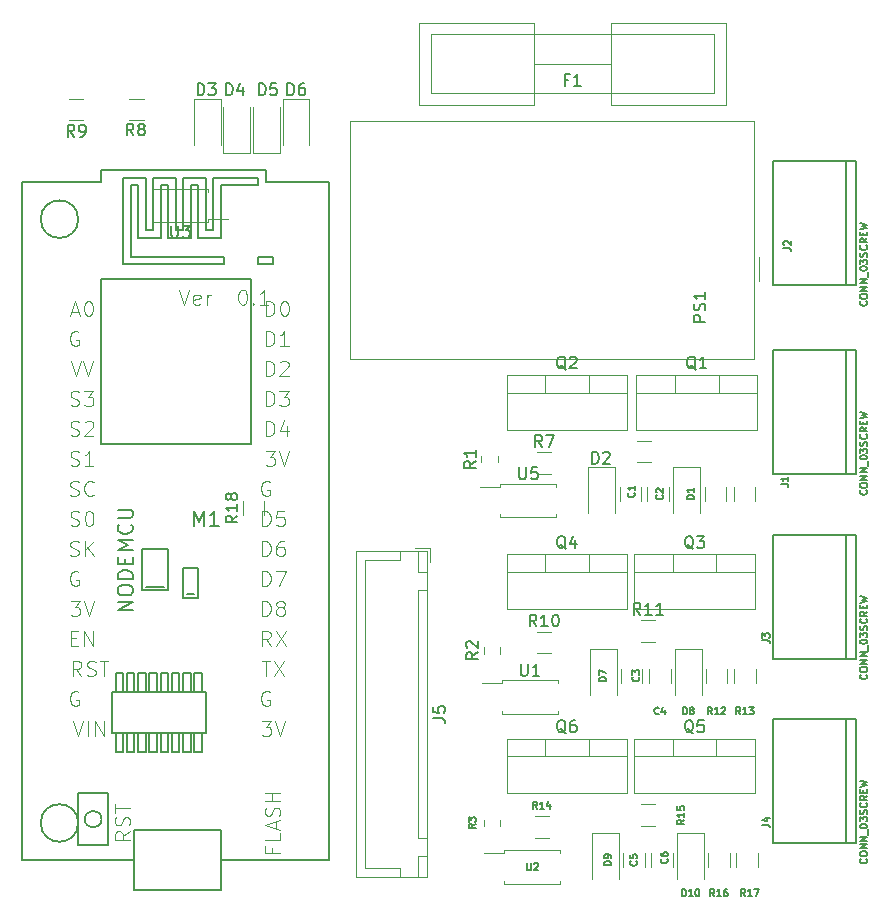
<source format=gbr>
%TF.GenerationSoftware,KiCad,Pcbnew,(5.1.6)-1*%
%TF.CreationDate,2021-01-11T17:56:58+06:00*%
%TF.ProjectId,nodemcu01,6e6f6465-6d63-4753-9031-2e6b69636164,rev?*%
%TF.SameCoordinates,Original*%
%TF.FileFunction,Legend,Top*%
%TF.FilePolarity,Positive*%
%FSLAX46Y46*%
G04 Gerber Fmt 4.6, Leading zero omitted, Abs format (unit mm)*
G04 Created by KiCad (PCBNEW (5.1.6)-1) date 2021-01-11 17:56:58*
%MOMM*%
%LPD*%
G01*
G04 APERTURE LIST*
%ADD10C,0.120000*%
%ADD11C,0.203200*%
%ADD12C,0.127000*%
%ADD13C,0.150000*%
%ADD14C,0.101600*%
G04 APERTURE END LIST*
D10*
%TO.C,J5*%
X142260000Y-120440000D02*
X136290000Y-120440000D01*
X136290000Y-120440000D02*
X136290000Y-148060000D01*
X136290000Y-148060000D02*
X142260000Y-148060000D01*
X142260000Y-148060000D02*
X142260000Y-120440000D01*
X142250000Y-123750000D02*
X141500000Y-123750000D01*
X141500000Y-123750000D02*
X141500000Y-144750000D01*
X141500000Y-144750000D02*
X142250000Y-144750000D01*
X142250000Y-144750000D02*
X142250000Y-123750000D01*
X142250000Y-120450000D02*
X141500000Y-120450000D01*
X141500000Y-120450000D02*
X141500000Y-122250000D01*
X141500000Y-122250000D02*
X142250000Y-122250000D01*
X142250000Y-122250000D02*
X142250000Y-120450000D01*
X142250000Y-146250000D02*
X141500000Y-146250000D01*
X141500000Y-146250000D02*
X141500000Y-148050000D01*
X141500000Y-148050000D02*
X142250000Y-148050000D01*
X142250000Y-148050000D02*
X142250000Y-146250000D01*
X140000000Y-120450000D02*
X140000000Y-121200000D01*
X140000000Y-121200000D02*
X137050000Y-121200000D01*
X137050000Y-121200000D02*
X137050000Y-134250000D01*
X140000000Y-148050000D02*
X140000000Y-147300000D01*
X140000000Y-147300000D02*
X137050000Y-147300000D01*
X137050000Y-147300000D02*
X137050000Y-134250000D01*
X142550000Y-121400000D02*
X142550000Y-120150000D01*
X142550000Y-120150000D02*
X141300000Y-120150000D01*
%TO.C,U3*%
X123785000Y-92370000D02*
X125450000Y-92370000D01*
X123785000Y-92610000D02*
X123785000Y-92370000D01*
X121400000Y-92610000D02*
X123785000Y-92610000D01*
X119015000Y-92610000D02*
X119015000Y-92370000D01*
X121400000Y-92610000D02*
X119015000Y-92610000D01*
X123785000Y-89790000D02*
X123785000Y-90030000D01*
X121400000Y-89790000D02*
X123785000Y-89790000D01*
X119015000Y-89790000D02*
X119015000Y-90030000D01*
X121400000Y-89790000D02*
X119015000Y-89790000D01*
%TO.C,U2*%
X148815000Y-146030000D02*
X147150000Y-146030000D01*
X148815000Y-145790000D02*
X148815000Y-146030000D01*
X151200000Y-145790000D02*
X148815000Y-145790000D01*
X153585000Y-145790000D02*
X153585000Y-146030000D01*
X151200000Y-145790000D02*
X153585000Y-145790000D01*
X148815000Y-148610000D02*
X148815000Y-148370000D01*
X151200000Y-148610000D02*
X148815000Y-148610000D01*
X153585000Y-148610000D02*
X153585000Y-148370000D01*
X151200000Y-148610000D02*
X153585000Y-148610000D01*
%TO.C,U1*%
X148615000Y-131630000D02*
X146950000Y-131630000D01*
X148615000Y-131390000D02*
X148615000Y-131630000D01*
X151000000Y-131390000D02*
X148615000Y-131390000D01*
X153385000Y-131390000D02*
X153385000Y-131630000D01*
X151000000Y-131390000D02*
X153385000Y-131390000D01*
X148615000Y-134210000D02*
X148615000Y-133970000D01*
X151000000Y-134210000D02*
X148615000Y-134210000D01*
X153385000Y-134210000D02*
X153385000Y-133970000D01*
X151000000Y-134210000D02*
X153385000Y-134210000D01*
%TO.C,U5*%
X148465000Y-114995000D02*
X146800000Y-114995000D01*
X148465000Y-114755000D02*
X148465000Y-114995000D01*
X150850000Y-114755000D02*
X148465000Y-114755000D01*
X153235000Y-114755000D02*
X153235000Y-114995000D01*
X150850000Y-114755000D02*
X153235000Y-114755000D01*
X148465000Y-117575000D02*
X148465000Y-117335000D01*
X150850000Y-117575000D02*
X148465000Y-117575000D01*
X153235000Y-117575000D02*
X153235000Y-117335000D01*
X150850000Y-117575000D02*
X153235000Y-117575000D01*
%TO.C,R3*%
X148510000Y-143721078D02*
X148510000Y-143203922D01*
X147090000Y-143721078D02*
X147090000Y-143203922D01*
%TO.C,R2*%
X148510000Y-129121078D02*
X148510000Y-128603922D01*
X147090000Y-129121078D02*
X147090000Y-128603922D01*
%TO.C,R1*%
X148310000Y-112921078D02*
X148310000Y-112403922D01*
X146890000Y-112921078D02*
X146890000Y-112403922D01*
%TO.C,F1*%
X157850000Y-82700000D02*
X157850000Y-75700000D01*
X157850000Y-75700000D02*
X167600000Y-75700000D01*
X167600000Y-82700000D02*
X167600000Y-75700000D01*
X157850000Y-82700000D02*
X167600000Y-82700000D01*
X166600000Y-81700000D02*
X166600000Y-76700000D01*
X141600000Y-75700000D02*
X142600000Y-75700000D01*
X141600000Y-82700000D02*
X141600000Y-75700000D01*
X141600000Y-82700000D02*
X142600000Y-82700000D01*
X142600000Y-81700000D02*
X142600000Y-76700000D01*
X142600000Y-81700000D02*
X153350000Y-81700000D01*
X142600000Y-76700000D02*
X153100000Y-76700000D01*
X153350000Y-81700000D02*
X165100000Y-81700000D01*
X153100000Y-76700000D02*
X165350000Y-76700000D01*
X165100000Y-81700000D02*
X166600000Y-81700000D01*
X165350000Y-76700000D02*
X166600000Y-76700000D01*
X142600000Y-82700000D02*
X151350000Y-82700000D01*
X142600000Y-75700000D02*
X151350000Y-75700000D01*
X151350000Y-82700000D02*
X151350000Y-75700000D01*
X151350000Y-79200000D02*
X157850000Y-79200000D01*
%TO.C,R18*%
X128510000Y-117402064D02*
X128510000Y-116197936D01*
X126690000Y-117402064D02*
X126690000Y-116197936D01*
%TO.C,PS1*%
X170000000Y-104200000D02*
X170000000Y-84000000D01*
X170000000Y-84000000D02*
X135800000Y-84000000D01*
X135800000Y-84000000D02*
X135800000Y-104200000D01*
X135800000Y-104200000D02*
X170000000Y-104200000D01*
X170390000Y-97600000D02*
X170390000Y-95590000D01*
%TO.C,R17*%
X170310000Y-145997936D02*
X170310000Y-147202064D01*
X168490000Y-145997936D02*
X168490000Y-147202064D01*
%TO.C,R16*%
X167910000Y-145997936D02*
X167910000Y-147202064D01*
X166090000Y-145997936D02*
X166090000Y-147202064D01*
%TO.C,R15*%
X160397936Y-141890000D02*
X161602064Y-141890000D01*
X160397936Y-143710000D02*
X161602064Y-143710000D01*
%TO.C,R14*%
X151397936Y-142890000D02*
X152602064Y-142890000D01*
X151397936Y-144710000D02*
X152602064Y-144710000D01*
%TO.C,Q6*%
X149020000Y-136330000D02*
X159260000Y-136330000D01*
X149020000Y-140971000D02*
X159260000Y-140971000D01*
X149020000Y-136330000D02*
X149020000Y-140971000D01*
X159260000Y-136330000D02*
X159260000Y-140971000D01*
X149020000Y-137840000D02*
X159260000Y-137840000D01*
X152290000Y-136330000D02*
X152290000Y-137840000D01*
X155991000Y-136330000D02*
X155991000Y-137840000D01*
%TO.C,Q5*%
X159820000Y-136330000D02*
X170060000Y-136330000D01*
X159820000Y-140971000D02*
X170060000Y-140971000D01*
X159820000Y-136330000D02*
X159820000Y-140971000D01*
X170060000Y-136330000D02*
X170060000Y-140971000D01*
X159820000Y-137840000D02*
X170060000Y-137840000D01*
X163090000Y-136330000D02*
X163090000Y-137840000D01*
X166791000Y-136330000D02*
X166791000Y-137840000D01*
D11*
%TO.C,J4*%
X171601480Y-145147520D02*
X171601480Y-134652240D01*
X171601480Y-134652240D02*
X177799080Y-134652240D01*
X177799080Y-134652240D02*
X178599180Y-134652240D01*
X178599180Y-134652240D02*
X178599180Y-145147520D01*
X178599180Y-145147520D02*
X177799080Y-145147520D01*
X177799080Y-145147520D02*
X171601480Y-145147520D01*
X177799080Y-134652240D02*
X177799080Y-145147520D01*
D10*
%TO.C,D10*%
X165735000Y-148200000D02*
X165735000Y-144315000D01*
X165735000Y-144315000D02*
X163465000Y-144315000D01*
X163465000Y-144315000D02*
X163465000Y-148200000D01*
%TO.C,D9*%
X158535000Y-148200000D02*
X158535000Y-144315000D01*
X158535000Y-144315000D02*
X156265000Y-144315000D01*
X156265000Y-144315000D02*
X156265000Y-148200000D01*
%TO.C,C6*%
X163110000Y-145997936D02*
X163110000Y-147202064D01*
X161290000Y-145997936D02*
X161290000Y-147202064D01*
%TO.C,C5*%
X160710000Y-145997936D02*
X160710000Y-147202064D01*
X158890000Y-145997936D02*
X158890000Y-147202064D01*
%TO.C,R13*%
X168290000Y-130397936D02*
X168290000Y-131602064D01*
X170110000Y-130397936D02*
X170110000Y-131602064D01*
%TO.C,R12*%
X165890000Y-130397936D02*
X165890000Y-131602064D01*
X167710000Y-130397936D02*
X167710000Y-131602064D01*
%TO.C,R11*%
X160397936Y-128110000D02*
X161602064Y-128110000D01*
X160397936Y-126290000D02*
X161602064Y-126290000D01*
%TO.C,R10*%
X151597936Y-129110000D02*
X152802064Y-129110000D01*
X151597936Y-127290000D02*
X152802064Y-127290000D01*
%TO.C,Q4*%
X155991000Y-120730000D02*
X155991000Y-122240000D01*
X152290000Y-120730000D02*
X152290000Y-122240000D01*
X149020000Y-122240000D02*
X159260000Y-122240000D01*
X159260000Y-120730000D02*
X159260000Y-125371000D01*
X149020000Y-120730000D02*
X149020000Y-125371000D01*
X149020000Y-125371000D02*
X159260000Y-125371000D01*
X149020000Y-120730000D02*
X159260000Y-120730000D01*
%TO.C,Q3*%
X166791000Y-120730000D02*
X166791000Y-122240000D01*
X163090000Y-120730000D02*
X163090000Y-122240000D01*
X159820000Y-122240000D02*
X170060000Y-122240000D01*
X170060000Y-120730000D02*
X170060000Y-125371000D01*
X159820000Y-120730000D02*
X159820000Y-125371000D01*
X159820000Y-125371000D02*
X170060000Y-125371000D01*
X159820000Y-120730000D02*
X170060000Y-120730000D01*
D11*
%TO.C,J3*%
X177799080Y-119052240D02*
X177799080Y-129547520D01*
X177799080Y-129547520D02*
X171601480Y-129547520D01*
X178599180Y-129547520D02*
X177799080Y-129547520D01*
X178599180Y-119052240D02*
X178599180Y-129547520D01*
X177799080Y-119052240D02*
X178599180Y-119052240D01*
X171601480Y-119052240D02*
X177799080Y-119052240D01*
X171601480Y-129547520D02*
X171601480Y-119052240D01*
D10*
%TO.C,D8*%
X163265000Y-128715000D02*
X163265000Y-132600000D01*
X165535000Y-128715000D02*
X163265000Y-128715000D01*
X165535000Y-132600000D02*
X165535000Y-128715000D01*
%TO.C,D7*%
X156065000Y-128715000D02*
X156065000Y-132600000D01*
X158335000Y-128715000D02*
X156065000Y-128715000D01*
X158335000Y-132600000D02*
X158335000Y-128715000D01*
%TO.C,C4*%
X161090000Y-130397936D02*
X161090000Y-131602064D01*
X162910000Y-130397936D02*
X162910000Y-131602064D01*
%TO.C,C3*%
X158690000Y-130397936D02*
X158690000Y-131602064D01*
X160510000Y-130397936D02*
X160510000Y-131602064D01*
%TO.C,R9*%
X113152064Y-82140000D02*
X111947936Y-82140000D01*
X113152064Y-83960000D02*
X111947936Y-83960000D01*
%TO.C,R8*%
X118302064Y-82140000D02*
X117097936Y-82140000D01*
X118302064Y-83960000D02*
X117097936Y-83960000D01*
D11*
%TO.C,J2*%
X177799080Y-87452240D02*
X177799080Y-97947520D01*
X177799080Y-97947520D02*
X171601480Y-97947520D01*
X178599180Y-97947520D02*
X177799080Y-97947520D01*
X178599180Y-87452240D02*
X178599180Y-97947520D01*
X177799080Y-87452240D02*
X178599180Y-87452240D01*
X171601480Y-87452240D02*
X177799080Y-87452240D01*
X171601480Y-97947520D02*
X171601480Y-87452240D01*
D10*
%TO.C,D6*%
X130065000Y-82215000D02*
X130065000Y-86100000D01*
X132335000Y-82215000D02*
X130065000Y-82215000D01*
X132335000Y-86100000D02*
X132335000Y-82215000D01*
%TO.C,D5*%
X129835000Y-86735000D02*
X129835000Y-82850000D01*
X127565000Y-86735000D02*
X129835000Y-86735000D01*
X127565000Y-82850000D02*
X127565000Y-86735000D01*
%TO.C,D4*%
X127285000Y-86735000D02*
X127285000Y-82850000D01*
X125015000Y-86735000D02*
X127285000Y-86735000D01*
X125015000Y-82850000D02*
X125015000Y-86735000D01*
%TO.C,D3*%
X122565000Y-82165000D02*
X122565000Y-86050000D01*
X124835000Y-82165000D02*
X122565000Y-82165000D01*
X124835000Y-86050000D02*
X124835000Y-82165000D01*
%TO.C,R7*%
X151597936Y-112090000D02*
X152802064Y-112090000D01*
X151597936Y-113910000D02*
X152802064Y-113910000D01*
%TO.C,Q2*%
X149020000Y-105530000D02*
X159260000Y-105530000D01*
X149020000Y-110171000D02*
X159260000Y-110171000D01*
X149020000Y-105530000D02*
X149020000Y-110171000D01*
X159260000Y-105530000D02*
X159260000Y-110171000D01*
X149020000Y-107040000D02*
X159260000Y-107040000D01*
X152290000Y-105530000D02*
X152290000Y-107040000D01*
X155991000Y-105530000D02*
X155991000Y-107040000D01*
%TO.C,Q1*%
X160020000Y-105530000D02*
X170260000Y-105530000D01*
X160020000Y-110171000D02*
X170260000Y-110171000D01*
X160020000Y-105530000D02*
X160020000Y-110171000D01*
X170260000Y-105530000D02*
X170260000Y-110171000D01*
X160020000Y-107040000D02*
X170260000Y-107040000D01*
X163290000Y-105530000D02*
X163290000Y-107040000D01*
X166991000Y-105530000D02*
X166991000Y-107040000D01*
%TO.C,D2*%
X158185000Y-117200000D02*
X158185000Y-113315000D01*
X158185000Y-113315000D02*
X155915000Y-113315000D01*
X155915000Y-113315000D02*
X155915000Y-117200000D01*
%TO.C,C2*%
X160940000Y-114997936D02*
X160940000Y-116202064D01*
X162760000Y-114997936D02*
X162760000Y-116202064D01*
%TO.C,C1*%
X158590000Y-114997936D02*
X158590000Y-116202064D01*
X160410000Y-114997936D02*
X160410000Y-116202064D01*
%TO.C,R6*%
X160047936Y-112910000D02*
X161252064Y-112910000D01*
X160047936Y-111090000D02*
X161252064Y-111090000D01*
%TO.C,R5*%
X168240000Y-114997936D02*
X168240000Y-116202064D01*
X170060000Y-114997936D02*
X170060000Y-116202064D01*
%TO.C,R4*%
X165790000Y-114997936D02*
X165790000Y-116202064D01*
X167610000Y-114997936D02*
X167610000Y-116202064D01*
%TO.C,D1*%
X163115000Y-113315000D02*
X163115000Y-117200000D01*
X165385000Y-113315000D02*
X163115000Y-113315000D01*
X165385000Y-117200000D02*
X165385000Y-113315000D01*
D11*
%TO.C,J1*%
X171601480Y-113947520D02*
X171601480Y-103452240D01*
X171601480Y-103452240D02*
X177799080Y-103452240D01*
X177799080Y-103452240D02*
X178599180Y-103452240D01*
X178599180Y-103452240D02*
X178599180Y-113947520D01*
X178599180Y-113947520D02*
X177799080Y-113947520D01*
X177799080Y-113947520D02*
X171601480Y-113947520D01*
X177799080Y-103452240D02*
X177799080Y-113947520D01*
D12*
%TO.C,M1*%
X114733660Y-143150000D02*
G75*
G03*
X114733660Y-143150000I-708660J0D01*
G01*
X112755000Y-92350000D02*
G75*
G03*
X112755000Y-92350000I-1587500J0D01*
G01*
X112755000Y-143467500D02*
G75*
G03*
X112755000Y-143467500I-1587500J0D01*
G01*
X127360000Y-97430000D02*
X127360000Y-111400000D01*
X121962500Y-124100000D02*
X122597500Y-124100000D01*
X118470000Y-123465000D02*
X120057500Y-123465000D01*
X122915000Y-121877500D02*
X121645000Y-121877500D01*
X122915000Y-124417500D02*
X122915000Y-121877500D01*
X121645000Y-124417500D02*
X122915000Y-124417500D01*
X121645000Y-121877500D02*
X121645000Y-124417500D01*
X120375000Y-120290000D02*
X118152500Y-120290000D01*
X120375000Y-123782500D02*
X120375000Y-120290000D01*
X118152500Y-123782500D02*
X120375000Y-123782500D01*
X118152500Y-120290000D02*
X118152500Y-123782500D01*
X115930000Y-137435000D02*
X115930000Y-135847500D01*
X116565000Y-137435000D02*
X115930000Y-137435000D01*
X116565000Y-135847500D02*
X116565000Y-137435000D01*
X116882500Y-137435000D02*
X116882500Y-135847500D01*
X117517500Y-137435000D02*
X116882500Y-137435000D01*
X117517500Y-135847500D02*
X117517500Y-137435000D01*
X117835000Y-137435000D02*
X117835000Y-135847500D01*
X118470000Y-137435000D02*
X117835000Y-137435000D01*
X118470000Y-135847500D02*
X118470000Y-137435000D01*
X118787500Y-137435000D02*
X118787500Y-135847500D01*
X119422500Y-137435000D02*
X118787500Y-137435000D01*
X119422500Y-135847500D02*
X119422500Y-137435000D01*
X119740000Y-137435000D02*
X119740000Y-135847500D01*
X120375000Y-137435000D02*
X119740000Y-137435000D01*
X120375000Y-135847500D02*
X120375000Y-137435000D01*
X120692500Y-137435000D02*
X120692500Y-135847500D01*
X121327500Y-137435000D02*
X120692500Y-137435000D01*
X121327500Y-135847500D02*
X121327500Y-137435000D01*
X121645000Y-137435000D02*
X121645000Y-135847500D01*
X122280000Y-137435000D02*
X121645000Y-137435000D01*
X122280000Y-135847500D02*
X122280000Y-137435000D01*
X122597500Y-137435000D02*
X122597500Y-135847500D01*
X123232500Y-137435000D02*
X122597500Y-137435000D01*
X123232500Y-135847500D02*
X123232500Y-137435000D01*
X123232500Y-130767500D02*
X123232500Y-132355000D01*
X122597500Y-130767500D02*
X123232500Y-130767500D01*
X122597500Y-132355000D02*
X122597500Y-130767500D01*
X122280000Y-130767500D02*
X122280000Y-132355000D01*
X121645000Y-130767500D02*
X122280000Y-130767500D01*
X121645000Y-132355000D02*
X121645000Y-130767500D01*
X121327500Y-130767500D02*
X121327500Y-132355000D01*
X120692500Y-130767500D02*
X121327500Y-130767500D01*
X120692500Y-132355000D02*
X120692500Y-130767500D01*
X120375000Y-130767500D02*
X120375000Y-132355000D01*
X119740000Y-130767500D02*
X120375000Y-130767500D01*
X119740000Y-132355000D02*
X119740000Y-130767500D01*
X119422500Y-130767500D02*
X119422500Y-132355000D01*
X118787500Y-130767500D02*
X119422500Y-130767500D01*
X118787500Y-132355000D02*
X118787500Y-130767500D01*
X118470000Y-130767500D02*
X118470000Y-132355000D01*
X117835000Y-130767500D02*
X118470000Y-130767500D01*
X117835000Y-132355000D02*
X117835000Y-130767500D01*
X117517500Y-130767500D02*
X117517500Y-132355000D01*
X116882500Y-130767500D02*
X117517500Y-130767500D01*
X116882500Y-132355000D02*
X116882500Y-130767500D01*
X116565000Y-130767500D02*
X116565000Y-132355000D01*
X115930000Y-130767500D02*
X116565000Y-130767500D01*
X115930000Y-132355000D02*
X115930000Y-130767500D01*
X123550000Y-135847500D02*
X115612500Y-135847500D01*
X123550000Y-132355000D02*
X123550000Y-135847500D01*
X115612500Y-132355000D02*
X123550000Y-132355000D01*
X115612500Y-135847500D02*
X115612500Y-132355000D01*
X124820000Y-144102500D02*
X124820000Y-146642500D01*
X117517500Y-144102500D02*
X124820000Y-144102500D01*
X117517500Y-146642500D02*
X117517500Y-144102500D01*
X117517500Y-149182500D02*
X124820000Y-149182500D01*
X115295000Y-145372500D02*
X112755000Y-145372500D01*
X115295000Y-140927500D02*
X115295000Y-145372500D01*
X112755000Y-140927500D02*
X115295000Y-140927500D01*
X112755000Y-145372500D02*
X112755000Y-140927500D01*
X127995000Y-95525000D02*
X127995000Y-96160000D01*
X129265000Y-95525000D02*
X127995000Y-95525000D01*
X129265000Y-96160000D02*
X129265000Y-95525000D01*
X127995000Y-96160000D02*
X129265000Y-96160000D01*
X125137500Y-95525000D02*
X125137500Y-96160000D01*
X117200000Y-95525000D02*
X125137500Y-95525000D01*
X117200000Y-89492500D02*
X117200000Y-95525000D01*
X117835000Y-89492500D02*
X117200000Y-89492500D01*
X117835000Y-93937500D02*
X117835000Y-89492500D01*
X119740000Y-93937500D02*
X117835000Y-93937500D01*
X119740000Y-89492500D02*
X119740000Y-93937500D01*
X120375000Y-89492500D02*
X119740000Y-89492500D01*
X120375000Y-93937500D02*
X120375000Y-89492500D01*
X122280000Y-93937500D02*
X120375000Y-93937500D01*
X122280000Y-89492500D02*
X122280000Y-93937500D01*
X122915000Y-89492500D02*
X122280000Y-89492500D01*
X122915000Y-93937500D02*
X122915000Y-89492500D01*
X124820000Y-93937500D02*
X122915000Y-93937500D01*
X124820000Y-89492500D02*
X124820000Y-93937500D01*
X127995000Y-89492500D02*
X124820000Y-89492500D01*
X127995000Y-88857500D02*
X127995000Y-89492500D01*
X124185000Y-88857500D02*
X127995000Y-88857500D01*
X124185000Y-93302500D02*
X124185000Y-88857500D01*
X123550000Y-93302500D02*
X124185000Y-93302500D01*
X123550000Y-88857500D02*
X123550000Y-93302500D01*
X121645000Y-88857500D02*
X123550000Y-88857500D01*
X121645000Y-93302500D02*
X121645000Y-88857500D01*
X121010000Y-93302500D02*
X121645000Y-93302500D01*
X121010000Y-88857500D02*
X121010000Y-93302500D01*
X119105000Y-88857500D02*
X121010000Y-88857500D01*
X119105000Y-93302500D02*
X119105000Y-88857500D01*
X118470000Y-93302500D02*
X119105000Y-93302500D01*
X118470000Y-88857500D02*
X118470000Y-93302500D01*
X116565000Y-88857500D02*
X118470000Y-88857500D01*
X116565000Y-96160000D02*
X116565000Y-88857500D01*
X125137500Y-96160000D02*
X116565000Y-96160000D01*
X114660000Y-97430000D02*
X114660000Y-111400000D01*
X127360000Y-97430000D02*
X114660000Y-97430000D01*
X114660000Y-111400000D02*
X127360000Y-111400000D01*
X107992500Y-146642500D02*
X107992500Y-89175000D01*
X117517500Y-146642500D02*
X107992500Y-146642500D01*
X117517500Y-149182500D02*
X117517500Y-146642500D01*
X124820000Y-146642500D02*
X124820000Y-149182500D01*
X134027500Y-146642500D02*
X124820000Y-146642500D01*
X134027500Y-89175000D02*
X134027500Y-146642500D01*
X128630000Y-89175000D02*
X134027500Y-89175000D01*
X128630000Y-88222500D02*
X128630000Y-89175000D01*
X114660000Y-88222500D02*
X128630000Y-88222500D01*
X114660000Y-89175000D02*
X114660000Y-88222500D01*
X107992500Y-89175000D02*
X114660000Y-89175000D01*
%TO.C,J5*%
D13*
X142802380Y-134583333D02*
X143516666Y-134583333D01*
X143659523Y-134630952D01*
X143754761Y-134726190D01*
X143802380Y-134869047D01*
X143802380Y-134964285D01*
X142802380Y-133630952D02*
X142802380Y-134107142D01*
X143278571Y-134154761D01*
X143230952Y-134107142D01*
X143183333Y-134011904D01*
X143183333Y-133773809D01*
X143230952Y-133678571D01*
X143278571Y-133630952D01*
X143373809Y-133583333D01*
X143611904Y-133583333D01*
X143707142Y-133630952D01*
X143754761Y-133678571D01*
X143802380Y-133773809D01*
X143802380Y-134011904D01*
X143754761Y-134107142D01*
X143707142Y-134154761D01*
%TO.C,U3*%
X120638095Y-92902380D02*
X120638095Y-93711904D01*
X120685714Y-93807142D01*
X120733333Y-93854761D01*
X120828571Y-93902380D01*
X121019047Y-93902380D01*
X121114285Y-93854761D01*
X121161904Y-93807142D01*
X121209523Y-93711904D01*
X121209523Y-92902380D01*
X121590476Y-92902380D02*
X122209523Y-92902380D01*
X121876190Y-93283333D01*
X122019047Y-93283333D01*
X122114285Y-93330952D01*
X122161904Y-93378571D01*
X122209523Y-93473809D01*
X122209523Y-93711904D01*
X122161904Y-93807142D01*
X122114285Y-93854761D01*
X122019047Y-93902380D01*
X121733333Y-93902380D01*
X121638095Y-93854761D01*
X121590476Y-93807142D01*
%TO.C,U2*%
X150742857Y-146871428D02*
X150742857Y-147357142D01*
X150771428Y-147414285D01*
X150800000Y-147442857D01*
X150857142Y-147471428D01*
X150971428Y-147471428D01*
X151028571Y-147442857D01*
X151057142Y-147414285D01*
X151085714Y-147357142D01*
X151085714Y-146871428D01*
X151342857Y-146928571D02*
X151371428Y-146900000D01*
X151428571Y-146871428D01*
X151571428Y-146871428D01*
X151628571Y-146900000D01*
X151657142Y-146928571D01*
X151685714Y-146985714D01*
X151685714Y-147042857D01*
X151657142Y-147128571D01*
X151314285Y-147471428D01*
X151685714Y-147471428D01*
%TO.C,U1*%
X150238095Y-130002380D02*
X150238095Y-130811904D01*
X150285714Y-130907142D01*
X150333333Y-130954761D01*
X150428571Y-131002380D01*
X150619047Y-131002380D01*
X150714285Y-130954761D01*
X150761904Y-130907142D01*
X150809523Y-130811904D01*
X150809523Y-130002380D01*
X151809523Y-131002380D02*
X151238095Y-131002380D01*
X151523809Y-131002380D02*
X151523809Y-130002380D01*
X151428571Y-130145238D01*
X151333333Y-130240476D01*
X151238095Y-130288095D01*
%TO.C,U5*%
X150088095Y-113367380D02*
X150088095Y-114176904D01*
X150135714Y-114272142D01*
X150183333Y-114319761D01*
X150278571Y-114367380D01*
X150469047Y-114367380D01*
X150564285Y-114319761D01*
X150611904Y-114272142D01*
X150659523Y-114176904D01*
X150659523Y-113367380D01*
X151611904Y-113367380D02*
X151135714Y-113367380D01*
X151088095Y-113843571D01*
X151135714Y-113795952D01*
X151230952Y-113748333D01*
X151469047Y-113748333D01*
X151564285Y-113795952D01*
X151611904Y-113843571D01*
X151659523Y-113938809D01*
X151659523Y-114176904D01*
X151611904Y-114272142D01*
X151564285Y-114319761D01*
X151469047Y-114367380D01*
X151230952Y-114367380D01*
X151135714Y-114319761D01*
X151088095Y-114272142D01*
%TO.C,R3*%
X146421428Y-143562500D02*
X146135714Y-143762500D01*
X146421428Y-143905357D02*
X145821428Y-143905357D01*
X145821428Y-143676785D01*
X145850000Y-143619642D01*
X145878571Y-143591071D01*
X145935714Y-143562500D01*
X146021428Y-143562500D01*
X146078571Y-143591071D01*
X146107142Y-143619642D01*
X146135714Y-143676785D01*
X146135714Y-143905357D01*
X145821428Y-143362500D02*
X145821428Y-142991071D01*
X146050000Y-143191071D01*
X146050000Y-143105357D01*
X146078571Y-143048214D01*
X146107142Y-143019642D01*
X146164285Y-142991071D01*
X146307142Y-142991071D01*
X146364285Y-143019642D01*
X146392857Y-143048214D01*
X146421428Y-143105357D01*
X146421428Y-143276785D01*
X146392857Y-143333928D01*
X146364285Y-143362500D01*
%TO.C,R2*%
X146602380Y-129029166D02*
X146126190Y-129362500D01*
X146602380Y-129600595D02*
X145602380Y-129600595D01*
X145602380Y-129219642D01*
X145650000Y-129124404D01*
X145697619Y-129076785D01*
X145792857Y-129029166D01*
X145935714Y-129029166D01*
X146030952Y-129076785D01*
X146078571Y-129124404D01*
X146126190Y-129219642D01*
X146126190Y-129600595D01*
X145697619Y-128648214D02*
X145650000Y-128600595D01*
X145602380Y-128505357D01*
X145602380Y-128267261D01*
X145650000Y-128172023D01*
X145697619Y-128124404D01*
X145792857Y-128076785D01*
X145888095Y-128076785D01*
X146030952Y-128124404D01*
X146602380Y-128695833D01*
X146602380Y-128076785D01*
%TO.C,R1*%
X146402380Y-112829166D02*
X145926190Y-113162500D01*
X146402380Y-113400595D02*
X145402380Y-113400595D01*
X145402380Y-113019642D01*
X145450000Y-112924404D01*
X145497619Y-112876785D01*
X145592857Y-112829166D01*
X145735714Y-112829166D01*
X145830952Y-112876785D01*
X145878571Y-112924404D01*
X145926190Y-113019642D01*
X145926190Y-113400595D01*
X146402380Y-111876785D02*
X146402380Y-112448214D01*
X146402380Y-112162500D02*
X145402380Y-112162500D01*
X145545238Y-112257738D01*
X145640476Y-112352976D01*
X145688095Y-112448214D01*
%TO.C,F1*%
X154266666Y-80528571D02*
X153933333Y-80528571D01*
X153933333Y-81052380D02*
X153933333Y-80052380D01*
X154409523Y-80052380D01*
X155314285Y-81052380D02*
X154742857Y-81052380D01*
X155028571Y-81052380D02*
X155028571Y-80052380D01*
X154933333Y-80195238D01*
X154838095Y-80290476D01*
X154742857Y-80338095D01*
%TO.C,R18*%
X126232380Y-117442857D02*
X125756190Y-117776190D01*
X126232380Y-118014285D02*
X125232380Y-118014285D01*
X125232380Y-117633333D01*
X125280000Y-117538095D01*
X125327619Y-117490476D01*
X125422857Y-117442857D01*
X125565714Y-117442857D01*
X125660952Y-117490476D01*
X125708571Y-117538095D01*
X125756190Y-117633333D01*
X125756190Y-118014285D01*
X126232380Y-116490476D02*
X126232380Y-117061904D01*
X126232380Y-116776190D02*
X125232380Y-116776190D01*
X125375238Y-116871428D01*
X125470476Y-116966666D01*
X125518095Y-117061904D01*
X125660952Y-115919047D02*
X125613333Y-116014285D01*
X125565714Y-116061904D01*
X125470476Y-116109523D01*
X125422857Y-116109523D01*
X125327619Y-116061904D01*
X125280000Y-116014285D01*
X125232380Y-115919047D01*
X125232380Y-115728571D01*
X125280000Y-115633333D01*
X125327619Y-115585714D01*
X125422857Y-115538095D01*
X125470476Y-115538095D01*
X125565714Y-115585714D01*
X125613333Y-115633333D01*
X125660952Y-115728571D01*
X125660952Y-115919047D01*
X125708571Y-116014285D01*
X125756190Y-116061904D01*
X125851428Y-116109523D01*
X126041904Y-116109523D01*
X126137142Y-116061904D01*
X126184761Y-116014285D01*
X126232380Y-115919047D01*
X126232380Y-115728571D01*
X126184761Y-115633333D01*
X126137142Y-115585714D01*
X126041904Y-115538095D01*
X125851428Y-115538095D01*
X125756190Y-115585714D01*
X125708571Y-115633333D01*
X125660952Y-115728571D01*
%TO.C,PS1*%
X165852380Y-101014285D02*
X164852380Y-101014285D01*
X164852380Y-100633333D01*
X164900000Y-100538095D01*
X164947619Y-100490476D01*
X165042857Y-100442857D01*
X165185714Y-100442857D01*
X165280952Y-100490476D01*
X165328571Y-100538095D01*
X165376190Y-100633333D01*
X165376190Y-101014285D01*
X165804761Y-100061904D02*
X165852380Y-99919047D01*
X165852380Y-99680952D01*
X165804761Y-99585714D01*
X165757142Y-99538095D01*
X165661904Y-99490476D01*
X165566666Y-99490476D01*
X165471428Y-99538095D01*
X165423809Y-99585714D01*
X165376190Y-99680952D01*
X165328571Y-99871428D01*
X165280952Y-99966666D01*
X165233333Y-100014285D01*
X165138095Y-100061904D01*
X165042857Y-100061904D01*
X164947619Y-100014285D01*
X164900000Y-99966666D01*
X164852380Y-99871428D01*
X164852380Y-99633333D01*
X164900000Y-99490476D01*
X165852380Y-98538095D02*
X165852380Y-99109523D01*
X165852380Y-98823809D02*
X164852380Y-98823809D01*
X164995238Y-98919047D01*
X165090476Y-99014285D01*
X165138095Y-99109523D01*
%TO.C,R17*%
X169214285Y-149671428D02*
X169014285Y-149385714D01*
X168871428Y-149671428D02*
X168871428Y-149071428D01*
X169100000Y-149071428D01*
X169157142Y-149100000D01*
X169185714Y-149128571D01*
X169214285Y-149185714D01*
X169214285Y-149271428D01*
X169185714Y-149328571D01*
X169157142Y-149357142D01*
X169100000Y-149385714D01*
X168871428Y-149385714D01*
X169785714Y-149671428D02*
X169442857Y-149671428D01*
X169614285Y-149671428D02*
X169614285Y-149071428D01*
X169557142Y-149157142D01*
X169500000Y-149214285D01*
X169442857Y-149242857D01*
X169985714Y-149071428D02*
X170385714Y-149071428D01*
X170128571Y-149671428D01*
%TO.C,R16*%
X166614285Y-149671428D02*
X166414285Y-149385714D01*
X166271428Y-149671428D02*
X166271428Y-149071428D01*
X166500000Y-149071428D01*
X166557142Y-149100000D01*
X166585714Y-149128571D01*
X166614285Y-149185714D01*
X166614285Y-149271428D01*
X166585714Y-149328571D01*
X166557142Y-149357142D01*
X166500000Y-149385714D01*
X166271428Y-149385714D01*
X167185714Y-149671428D02*
X166842857Y-149671428D01*
X167014285Y-149671428D02*
X167014285Y-149071428D01*
X166957142Y-149157142D01*
X166900000Y-149214285D01*
X166842857Y-149242857D01*
X167700000Y-149071428D02*
X167585714Y-149071428D01*
X167528571Y-149100000D01*
X167500000Y-149128571D01*
X167442857Y-149214285D01*
X167414285Y-149328571D01*
X167414285Y-149557142D01*
X167442857Y-149614285D01*
X167471428Y-149642857D01*
X167528571Y-149671428D01*
X167642857Y-149671428D01*
X167700000Y-149642857D01*
X167728571Y-149614285D01*
X167757142Y-149557142D01*
X167757142Y-149414285D01*
X167728571Y-149357142D01*
X167700000Y-149328571D01*
X167642857Y-149300000D01*
X167528571Y-149300000D01*
X167471428Y-149328571D01*
X167442857Y-149357142D01*
X167414285Y-149414285D01*
%TO.C,R15*%
X164071428Y-143185714D02*
X163785714Y-143385714D01*
X164071428Y-143528571D02*
X163471428Y-143528571D01*
X163471428Y-143300000D01*
X163500000Y-143242857D01*
X163528571Y-143214285D01*
X163585714Y-143185714D01*
X163671428Y-143185714D01*
X163728571Y-143214285D01*
X163757142Y-143242857D01*
X163785714Y-143300000D01*
X163785714Y-143528571D01*
X164071428Y-142614285D02*
X164071428Y-142957142D01*
X164071428Y-142785714D02*
X163471428Y-142785714D01*
X163557142Y-142842857D01*
X163614285Y-142900000D01*
X163642857Y-142957142D01*
X163471428Y-142071428D02*
X163471428Y-142357142D01*
X163757142Y-142385714D01*
X163728571Y-142357142D01*
X163700000Y-142300000D01*
X163700000Y-142157142D01*
X163728571Y-142100000D01*
X163757142Y-142071428D01*
X163814285Y-142042857D01*
X163957142Y-142042857D01*
X164014285Y-142071428D01*
X164042857Y-142100000D01*
X164071428Y-142157142D01*
X164071428Y-142300000D01*
X164042857Y-142357142D01*
X164014285Y-142385714D01*
%TO.C,R14*%
X151614285Y-142251428D02*
X151414285Y-141965714D01*
X151271428Y-142251428D02*
X151271428Y-141651428D01*
X151500000Y-141651428D01*
X151557142Y-141680000D01*
X151585714Y-141708571D01*
X151614285Y-141765714D01*
X151614285Y-141851428D01*
X151585714Y-141908571D01*
X151557142Y-141937142D01*
X151500000Y-141965714D01*
X151271428Y-141965714D01*
X152185714Y-142251428D02*
X151842857Y-142251428D01*
X152014285Y-142251428D02*
X152014285Y-141651428D01*
X151957142Y-141737142D01*
X151900000Y-141794285D01*
X151842857Y-141822857D01*
X152700000Y-141851428D02*
X152700000Y-142251428D01*
X152557142Y-141622857D02*
X152414285Y-142051428D01*
X152785714Y-142051428D01*
%TO.C,Q6*%
X154044761Y-135877619D02*
X153949523Y-135830000D01*
X153854285Y-135734761D01*
X153711428Y-135591904D01*
X153616190Y-135544285D01*
X153520952Y-135544285D01*
X153568571Y-135782380D02*
X153473333Y-135734761D01*
X153378095Y-135639523D01*
X153330476Y-135449047D01*
X153330476Y-135115714D01*
X153378095Y-134925238D01*
X153473333Y-134830000D01*
X153568571Y-134782380D01*
X153759047Y-134782380D01*
X153854285Y-134830000D01*
X153949523Y-134925238D01*
X153997142Y-135115714D01*
X153997142Y-135449047D01*
X153949523Y-135639523D01*
X153854285Y-135734761D01*
X153759047Y-135782380D01*
X153568571Y-135782380D01*
X154854285Y-134782380D02*
X154663809Y-134782380D01*
X154568571Y-134830000D01*
X154520952Y-134877619D01*
X154425714Y-135020476D01*
X154378095Y-135210952D01*
X154378095Y-135591904D01*
X154425714Y-135687142D01*
X154473333Y-135734761D01*
X154568571Y-135782380D01*
X154759047Y-135782380D01*
X154854285Y-135734761D01*
X154901904Y-135687142D01*
X154949523Y-135591904D01*
X154949523Y-135353809D01*
X154901904Y-135258571D01*
X154854285Y-135210952D01*
X154759047Y-135163333D01*
X154568571Y-135163333D01*
X154473333Y-135210952D01*
X154425714Y-135258571D01*
X154378095Y-135353809D01*
%TO.C,Q5*%
X164844761Y-135877619D02*
X164749523Y-135830000D01*
X164654285Y-135734761D01*
X164511428Y-135591904D01*
X164416190Y-135544285D01*
X164320952Y-135544285D01*
X164368571Y-135782380D02*
X164273333Y-135734761D01*
X164178095Y-135639523D01*
X164130476Y-135449047D01*
X164130476Y-135115714D01*
X164178095Y-134925238D01*
X164273333Y-134830000D01*
X164368571Y-134782380D01*
X164559047Y-134782380D01*
X164654285Y-134830000D01*
X164749523Y-134925238D01*
X164797142Y-135115714D01*
X164797142Y-135449047D01*
X164749523Y-135639523D01*
X164654285Y-135734761D01*
X164559047Y-135782380D01*
X164368571Y-135782380D01*
X165701904Y-134782380D02*
X165225714Y-134782380D01*
X165178095Y-135258571D01*
X165225714Y-135210952D01*
X165320952Y-135163333D01*
X165559047Y-135163333D01*
X165654285Y-135210952D01*
X165701904Y-135258571D01*
X165749523Y-135353809D01*
X165749523Y-135591904D01*
X165701904Y-135687142D01*
X165654285Y-135734761D01*
X165559047Y-135782380D01*
X165320952Y-135782380D01*
X165225714Y-135734761D01*
X165178095Y-135687142D01*
%TO.C,J4*%
D12*
X170678371Y-143603200D02*
X171113800Y-143603200D01*
X171200885Y-143632228D01*
X171258942Y-143690285D01*
X171287971Y-143777371D01*
X171287971Y-143835428D01*
X170881571Y-143051657D02*
X171287971Y-143051657D01*
X170649342Y-143196800D02*
X171084771Y-143341942D01*
X171084771Y-142964571D01*
X179484914Y-146506057D02*
X179513942Y-146535085D01*
X179542971Y-146622171D01*
X179542971Y-146680228D01*
X179513942Y-146767314D01*
X179455885Y-146825371D01*
X179397828Y-146854400D01*
X179281714Y-146883428D01*
X179194628Y-146883428D01*
X179078514Y-146854400D01*
X179020457Y-146825371D01*
X178962400Y-146767314D01*
X178933371Y-146680228D01*
X178933371Y-146622171D01*
X178962400Y-146535085D01*
X178991428Y-146506057D01*
X178933371Y-146128685D02*
X178933371Y-146012571D01*
X178962400Y-145954514D01*
X179020457Y-145896457D01*
X179136571Y-145867428D01*
X179339771Y-145867428D01*
X179455885Y-145896457D01*
X179513942Y-145954514D01*
X179542971Y-146012571D01*
X179542971Y-146128685D01*
X179513942Y-146186742D01*
X179455885Y-146244800D01*
X179339771Y-146273828D01*
X179136571Y-146273828D01*
X179020457Y-146244800D01*
X178962400Y-146186742D01*
X178933371Y-146128685D01*
X179542971Y-145606171D02*
X178933371Y-145606171D01*
X179542971Y-145257828D01*
X178933371Y-145257828D01*
X179542971Y-144967542D02*
X178933371Y-144967542D01*
X179542971Y-144619200D01*
X178933371Y-144619200D01*
X179601028Y-144474057D02*
X179601028Y-144009600D01*
X178933371Y-143748342D02*
X178933371Y-143690285D01*
X178962400Y-143632228D01*
X178991428Y-143603200D01*
X179049485Y-143574171D01*
X179165600Y-143545142D01*
X179310742Y-143545142D01*
X179426857Y-143574171D01*
X179484914Y-143603200D01*
X179513942Y-143632228D01*
X179542971Y-143690285D01*
X179542971Y-143748342D01*
X179513942Y-143806400D01*
X179484914Y-143835428D01*
X179426857Y-143864457D01*
X179310742Y-143893485D01*
X179165600Y-143893485D01*
X179049485Y-143864457D01*
X178991428Y-143835428D01*
X178962400Y-143806400D01*
X178933371Y-143748342D01*
X178933371Y-143341942D02*
X178933371Y-142964571D01*
X179165600Y-143167771D01*
X179165600Y-143080685D01*
X179194628Y-143022628D01*
X179223657Y-142993600D01*
X179281714Y-142964571D01*
X179426857Y-142964571D01*
X179484914Y-142993600D01*
X179513942Y-143022628D01*
X179542971Y-143080685D01*
X179542971Y-143254857D01*
X179513942Y-143312914D01*
X179484914Y-143341942D01*
X179513942Y-142732342D02*
X179542971Y-142645257D01*
X179542971Y-142500114D01*
X179513942Y-142442057D01*
X179484914Y-142413028D01*
X179426857Y-142384000D01*
X179368800Y-142384000D01*
X179310742Y-142413028D01*
X179281714Y-142442057D01*
X179252685Y-142500114D01*
X179223657Y-142616228D01*
X179194628Y-142674285D01*
X179165600Y-142703314D01*
X179107542Y-142732342D01*
X179049485Y-142732342D01*
X178991428Y-142703314D01*
X178962400Y-142674285D01*
X178933371Y-142616228D01*
X178933371Y-142471085D01*
X178962400Y-142384000D01*
X179484914Y-141774400D02*
X179513942Y-141803428D01*
X179542971Y-141890514D01*
X179542971Y-141948571D01*
X179513942Y-142035657D01*
X179455885Y-142093714D01*
X179397828Y-142122742D01*
X179281714Y-142151771D01*
X179194628Y-142151771D01*
X179078514Y-142122742D01*
X179020457Y-142093714D01*
X178962400Y-142035657D01*
X178933371Y-141948571D01*
X178933371Y-141890514D01*
X178962400Y-141803428D01*
X178991428Y-141774400D01*
X179542971Y-141164800D02*
X179252685Y-141368000D01*
X179542971Y-141513142D02*
X178933371Y-141513142D01*
X178933371Y-141280914D01*
X178962400Y-141222857D01*
X178991428Y-141193828D01*
X179049485Y-141164800D01*
X179136571Y-141164800D01*
X179194628Y-141193828D01*
X179223657Y-141222857D01*
X179252685Y-141280914D01*
X179252685Y-141513142D01*
X179223657Y-140903542D02*
X179223657Y-140700342D01*
X179542971Y-140613257D02*
X179542971Y-140903542D01*
X178933371Y-140903542D01*
X178933371Y-140613257D01*
X178933371Y-140410057D02*
X179542971Y-140264914D01*
X179107542Y-140148800D01*
X179542971Y-140032685D01*
X178933371Y-139887542D01*
%TO.C,D10*%
D13*
X163871428Y-149671428D02*
X163871428Y-149071428D01*
X164014285Y-149071428D01*
X164100000Y-149100000D01*
X164157142Y-149157142D01*
X164185714Y-149214285D01*
X164214285Y-149328571D01*
X164214285Y-149414285D01*
X164185714Y-149528571D01*
X164157142Y-149585714D01*
X164100000Y-149642857D01*
X164014285Y-149671428D01*
X163871428Y-149671428D01*
X164785714Y-149671428D02*
X164442857Y-149671428D01*
X164614285Y-149671428D02*
X164614285Y-149071428D01*
X164557142Y-149157142D01*
X164500000Y-149214285D01*
X164442857Y-149242857D01*
X165157142Y-149071428D02*
X165214285Y-149071428D01*
X165271428Y-149100000D01*
X165300000Y-149128571D01*
X165328571Y-149185714D01*
X165357142Y-149300000D01*
X165357142Y-149442857D01*
X165328571Y-149557142D01*
X165300000Y-149614285D01*
X165271428Y-149642857D01*
X165214285Y-149671428D01*
X165157142Y-149671428D01*
X165100000Y-149642857D01*
X165071428Y-149614285D01*
X165042857Y-149557142D01*
X165014285Y-149442857D01*
X165014285Y-149300000D01*
X165042857Y-149185714D01*
X165071428Y-149128571D01*
X165100000Y-149100000D01*
X165157142Y-149071428D01*
%TO.C,D9*%
X157871428Y-147042857D02*
X157271428Y-147042857D01*
X157271428Y-146900000D01*
X157300000Y-146814285D01*
X157357142Y-146757142D01*
X157414285Y-146728571D01*
X157528571Y-146700000D01*
X157614285Y-146700000D01*
X157728571Y-146728571D01*
X157785714Y-146757142D01*
X157842857Y-146814285D01*
X157871428Y-146900000D01*
X157871428Y-147042857D01*
X157871428Y-146414285D02*
X157871428Y-146300000D01*
X157842857Y-146242857D01*
X157814285Y-146214285D01*
X157728571Y-146157142D01*
X157614285Y-146128571D01*
X157385714Y-146128571D01*
X157328571Y-146157142D01*
X157300000Y-146185714D01*
X157271428Y-146242857D01*
X157271428Y-146357142D01*
X157300000Y-146414285D01*
X157328571Y-146442857D01*
X157385714Y-146471428D01*
X157528571Y-146471428D01*
X157585714Y-146442857D01*
X157614285Y-146414285D01*
X157642857Y-146357142D01*
X157642857Y-146242857D01*
X157614285Y-146185714D01*
X157585714Y-146157142D01*
X157528571Y-146128571D01*
%TO.C,C6*%
X162614285Y-146500000D02*
X162642857Y-146528571D01*
X162671428Y-146614285D01*
X162671428Y-146671428D01*
X162642857Y-146757142D01*
X162585714Y-146814285D01*
X162528571Y-146842857D01*
X162414285Y-146871428D01*
X162328571Y-146871428D01*
X162214285Y-146842857D01*
X162157142Y-146814285D01*
X162100000Y-146757142D01*
X162071428Y-146671428D01*
X162071428Y-146614285D01*
X162100000Y-146528571D01*
X162128571Y-146500000D01*
X162071428Y-145985714D02*
X162071428Y-146100000D01*
X162100000Y-146157142D01*
X162128571Y-146185714D01*
X162214285Y-146242857D01*
X162328571Y-146271428D01*
X162557142Y-146271428D01*
X162614285Y-146242857D01*
X162642857Y-146214285D01*
X162671428Y-146157142D01*
X162671428Y-146042857D01*
X162642857Y-145985714D01*
X162614285Y-145957142D01*
X162557142Y-145928571D01*
X162414285Y-145928571D01*
X162357142Y-145957142D01*
X162328571Y-145985714D01*
X162300000Y-146042857D01*
X162300000Y-146157142D01*
X162328571Y-146214285D01*
X162357142Y-146242857D01*
X162414285Y-146271428D01*
%TO.C,C5*%
X160014285Y-146700000D02*
X160042857Y-146728571D01*
X160071428Y-146814285D01*
X160071428Y-146871428D01*
X160042857Y-146957142D01*
X159985714Y-147014285D01*
X159928571Y-147042857D01*
X159814285Y-147071428D01*
X159728571Y-147071428D01*
X159614285Y-147042857D01*
X159557142Y-147014285D01*
X159500000Y-146957142D01*
X159471428Y-146871428D01*
X159471428Y-146814285D01*
X159500000Y-146728571D01*
X159528571Y-146700000D01*
X159471428Y-146157142D02*
X159471428Y-146442857D01*
X159757142Y-146471428D01*
X159728571Y-146442857D01*
X159700000Y-146385714D01*
X159700000Y-146242857D01*
X159728571Y-146185714D01*
X159757142Y-146157142D01*
X159814285Y-146128571D01*
X159957142Y-146128571D01*
X160014285Y-146157142D01*
X160042857Y-146185714D01*
X160071428Y-146242857D01*
X160071428Y-146385714D01*
X160042857Y-146442857D01*
X160014285Y-146471428D01*
%TO.C,R13*%
X168814285Y-134271428D02*
X168614285Y-133985714D01*
X168471428Y-134271428D02*
X168471428Y-133671428D01*
X168700000Y-133671428D01*
X168757142Y-133700000D01*
X168785714Y-133728571D01*
X168814285Y-133785714D01*
X168814285Y-133871428D01*
X168785714Y-133928571D01*
X168757142Y-133957142D01*
X168700000Y-133985714D01*
X168471428Y-133985714D01*
X169385714Y-134271428D02*
X169042857Y-134271428D01*
X169214285Y-134271428D02*
X169214285Y-133671428D01*
X169157142Y-133757142D01*
X169100000Y-133814285D01*
X169042857Y-133842857D01*
X169585714Y-133671428D02*
X169957142Y-133671428D01*
X169757142Y-133900000D01*
X169842857Y-133900000D01*
X169900000Y-133928571D01*
X169928571Y-133957142D01*
X169957142Y-134014285D01*
X169957142Y-134157142D01*
X169928571Y-134214285D01*
X169900000Y-134242857D01*
X169842857Y-134271428D01*
X169671428Y-134271428D01*
X169614285Y-134242857D01*
X169585714Y-134214285D01*
%TO.C,R12*%
X166414285Y-134271428D02*
X166214285Y-133985714D01*
X166071428Y-134271428D02*
X166071428Y-133671428D01*
X166300000Y-133671428D01*
X166357142Y-133700000D01*
X166385714Y-133728571D01*
X166414285Y-133785714D01*
X166414285Y-133871428D01*
X166385714Y-133928571D01*
X166357142Y-133957142D01*
X166300000Y-133985714D01*
X166071428Y-133985714D01*
X166985714Y-134271428D02*
X166642857Y-134271428D01*
X166814285Y-134271428D02*
X166814285Y-133671428D01*
X166757142Y-133757142D01*
X166700000Y-133814285D01*
X166642857Y-133842857D01*
X167214285Y-133728571D02*
X167242857Y-133700000D01*
X167300000Y-133671428D01*
X167442857Y-133671428D01*
X167500000Y-133700000D01*
X167528571Y-133728571D01*
X167557142Y-133785714D01*
X167557142Y-133842857D01*
X167528571Y-133928571D01*
X167185714Y-134271428D01*
X167557142Y-134271428D01*
%TO.C,R11*%
X160357142Y-125832380D02*
X160023809Y-125356190D01*
X159785714Y-125832380D02*
X159785714Y-124832380D01*
X160166666Y-124832380D01*
X160261904Y-124880000D01*
X160309523Y-124927619D01*
X160357142Y-125022857D01*
X160357142Y-125165714D01*
X160309523Y-125260952D01*
X160261904Y-125308571D01*
X160166666Y-125356190D01*
X159785714Y-125356190D01*
X161309523Y-125832380D02*
X160738095Y-125832380D01*
X161023809Y-125832380D02*
X161023809Y-124832380D01*
X160928571Y-124975238D01*
X160833333Y-125070476D01*
X160738095Y-125118095D01*
X162261904Y-125832380D02*
X161690476Y-125832380D01*
X161976190Y-125832380D02*
X161976190Y-124832380D01*
X161880952Y-124975238D01*
X161785714Y-125070476D01*
X161690476Y-125118095D01*
%TO.C,R10*%
X151557142Y-126832380D02*
X151223809Y-126356190D01*
X150985714Y-126832380D02*
X150985714Y-125832380D01*
X151366666Y-125832380D01*
X151461904Y-125880000D01*
X151509523Y-125927619D01*
X151557142Y-126022857D01*
X151557142Y-126165714D01*
X151509523Y-126260952D01*
X151461904Y-126308571D01*
X151366666Y-126356190D01*
X150985714Y-126356190D01*
X152509523Y-126832380D02*
X151938095Y-126832380D01*
X152223809Y-126832380D02*
X152223809Y-125832380D01*
X152128571Y-125975238D01*
X152033333Y-126070476D01*
X151938095Y-126118095D01*
X153128571Y-125832380D02*
X153223809Y-125832380D01*
X153319047Y-125880000D01*
X153366666Y-125927619D01*
X153414285Y-126022857D01*
X153461904Y-126213333D01*
X153461904Y-126451428D01*
X153414285Y-126641904D01*
X153366666Y-126737142D01*
X153319047Y-126784761D01*
X153223809Y-126832380D01*
X153128571Y-126832380D01*
X153033333Y-126784761D01*
X152985714Y-126737142D01*
X152938095Y-126641904D01*
X152890476Y-126451428D01*
X152890476Y-126213333D01*
X152938095Y-126022857D01*
X152985714Y-125927619D01*
X153033333Y-125880000D01*
X153128571Y-125832380D01*
%TO.C,Q4*%
X154044761Y-120277619D02*
X153949523Y-120230000D01*
X153854285Y-120134761D01*
X153711428Y-119991904D01*
X153616190Y-119944285D01*
X153520952Y-119944285D01*
X153568571Y-120182380D02*
X153473333Y-120134761D01*
X153378095Y-120039523D01*
X153330476Y-119849047D01*
X153330476Y-119515714D01*
X153378095Y-119325238D01*
X153473333Y-119230000D01*
X153568571Y-119182380D01*
X153759047Y-119182380D01*
X153854285Y-119230000D01*
X153949523Y-119325238D01*
X153997142Y-119515714D01*
X153997142Y-119849047D01*
X153949523Y-120039523D01*
X153854285Y-120134761D01*
X153759047Y-120182380D01*
X153568571Y-120182380D01*
X154854285Y-119515714D02*
X154854285Y-120182380D01*
X154616190Y-119134761D02*
X154378095Y-119849047D01*
X154997142Y-119849047D01*
%TO.C,Q3*%
X164844761Y-120277619D02*
X164749523Y-120230000D01*
X164654285Y-120134761D01*
X164511428Y-119991904D01*
X164416190Y-119944285D01*
X164320952Y-119944285D01*
X164368571Y-120182380D02*
X164273333Y-120134761D01*
X164178095Y-120039523D01*
X164130476Y-119849047D01*
X164130476Y-119515714D01*
X164178095Y-119325238D01*
X164273333Y-119230000D01*
X164368571Y-119182380D01*
X164559047Y-119182380D01*
X164654285Y-119230000D01*
X164749523Y-119325238D01*
X164797142Y-119515714D01*
X164797142Y-119849047D01*
X164749523Y-120039523D01*
X164654285Y-120134761D01*
X164559047Y-120182380D01*
X164368571Y-120182380D01*
X165130476Y-119182380D02*
X165749523Y-119182380D01*
X165416190Y-119563333D01*
X165559047Y-119563333D01*
X165654285Y-119610952D01*
X165701904Y-119658571D01*
X165749523Y-119753809D01*
X165749523Y-119991904D01*
X165701904Y-120087142D01*
X165654285Y-120134761D01*
X165559047Y-120182380D01*
X165273333Y-120182380D01*
X165178095Y-120134761D01*
X165130476Y-120087142D01*
%TO.C,J3*%
D12*
X170678371Y-128003200D02*
X171113800Y-128003200D01*
X171200885Y-128032228D01*
X171258942Y-128090285D01*
X171287971Y-128177371D01*
X171287971Y-128235428D01*
X170678371Y-127770971D02*
X170678371Y-127393600D01*
X170910600Y-127596800D01*
X170910600Y-127509714D01*
X170939628Y-127451657D01*
X170968657Y-127422628D01*
X171026714Y-127393600D01*
X171171857Y-127393600D01*
X171229914Y-127422628D01*
X171258942Y-127451657D01*
X171287971Y-127509714D01*
X171287971Y-127683885D01*
X171258942Y-127741942D01*
X171229914Y-127770971D01*
X179484914Y-130906057D02*
X179513942Y-130935085D01*
X179542971Y-131022171D01*
X179542971Y-131080228D01*
X179513942Y-131167314D01*
X179455885Y-131225371D01*
X179397828Y-131254400D01*
X179281714Y-131283428D01*
X179194628Y-131283428D01*
X179078514Y-131254400D01*
X179020457Y-131225371D01*
X178962400Y-131167314D01*
X178933371Y-131080228D01*
X178933371Y-131022171D01*
X178962400Y-130935085D01*
X178991428Y-130906057D01*
X178933371Y-130528685D02*
X178933371Y-130412571D01*
X178962400Y-130354514D01*
X179020457Y-130296457D01*
X179136571Y-130267428D01*
X179339771Y-130267428D01*
X179455885Y-130296457D01*
X179513942Y-130354514D01*
X179542971Y-130412571D01*
X179542971Y-130528685D01*
X179513942Y-130586742D01*
X179455885Y-130644800D01*
X179339771Y-130673828D01*
X179136571Y-130673828D01*
X179020457Y-130644800D01*
X178962400Y-130586742D01*
X178933371Y-130528685D01*
X179542971Y-130006171D02*
X178933371Y-130006171D01*
X179542971Y-129657828D01*
X178933371Y-129657828D01*
X179542971Y-129367542D02*
X178933371Y-129367542D01*
X179542971Y-129019200D01*
X178933371Y-129019200D01*
X179601028Y-128874057D02*
X179601028Y-128409600D01*
X178933371Y-128148342D02*
X178933371Y-128090285D01*
X178962400Y-128032228D01*
X178991428Y-128003200D01*
X179049485Y-127974171D01*
X179165600Y-127945142D01*
X179310742Y-127945142D01*
X179426857Y-127974171D01*
X179484914Y-128003200D01*
X179513942Y-128032228D01*
X179542971Y-128090285D01*
X179542971Y-128148342D01*
X179513942Y-128206400D01*
X179484914Y-128235428D01*
X179426857Y-128264457D01*
X179310742Y-128293485D01*
X179165600Y-128293485D01*
X179049485Y-128264457D01*
X178991428Y-128235428D01*
X178962400Y-128206400D01*
X178933371Y-128148342D01*
X178933371Y-127741942D02*
X178933371Y-127364571D01*
X179165600Y-127567771D01*
X179165600Y-127480685D01*
X179194628Y-127422628D01*
X179223657Y-127393600D01*
X179281714Y-127364571D01*
X179426857Y-127364571D01*
X179484914Y-127393600D01*
X179513942Y-127422628D01*
X179542971Y-127480685D01*
X179542971Y-127654857D01*
X179513942Y-127712914D01*
X179484914Y-127741942D01*
X179513942Y-127132342D02*
X179542971Y-127045257D01*
X179542971Y-126900114D01*
X179513942Y-126842057D01*
X179484914Y-126813028D01*
X179426857Y-126784000D01*
X179368800Y-126784000D01*
X179310742Y-126813028D01*
X179281714Y-126842057D01*
X179252685Y-126900114D01*
X179223657Y-127016228D01*
X179194628Y-127074285D01*
X179165600Y-127103314D01*
X179107542Y-127132342D01*
X179049485Y-127132342D01*
X178991428Y-127103314D01*
X178962400Y-127074285D01*
X178933371Y-127016228D01*
X178933371Y-126871085D01*
X178962400Y-126784000D01*
X179484914Y-126174400D02*
X179513942Y-126203428D01*
X179542971Y-126290514D01*
X179542971Y-126348571D01*
X179513942Y-126435657D01*
X179455885Y-126493714D01*
X179397828Y-126522742D01*
X179281714Y-126551771D01*
X179194628Y-126551771D01*
X179078514Y-126522742D01*
X179020457Y-126493714D01*
X178962400Y-126435657D01*
X178933371Y-126348571D01*
X178933371Y-126290514D01*
X178962400Y-126203428D01*
X178991428Y-126174400D01*
X179542971Y-125564800D02*
X179252685Y-125768000D01*
X179542971Y-125913142D02*
X178933371Y-125913142D01*
X178933371Y-125680914D01*
X178962400Y-125622857D01*
X178991428Y-125593828D01*
X179049485Y-125564800D01*
X179136571Y-125564800D01*
X179194628Y-125593828D01*
X179223657Y-125622857D01*
X179252685Y-125680914D01*
X179252685Y-125913142D01*
X179223657Y-125303542D02*
X179223657Y-125100342D01*
X179542971Y-125013257D02*
X179542971Y-125303542D01*
X178933371Y-125303542D01*
X178933371Y-125013257D01*
X178933371Y-124810057D02*
X179542971Y-124664914D01*
X179107542Y-124548800D01*
X179542971Y-124432685D01*
X178933371Y-124287542D01*
%TO.C,D8*%
D13*
X163957142Y-134271428D02*
X163957142Y-133671428D01*
X164100000Y-133671428D01*
X164185714Y-133700000D01*
X164242857Y-133757142D01*
X164271428Y-133814285D01*
X164300000Y-133928571D01*
X164300000Y-134014285D01*
X164271428Y-134128571D01*
X164242857Y-134185714D01*
X164185714Y-134242857D01*
X164100000Y-134271428D01*
X163957142Y-134271428D01*
X164642857Y-133928571D02*
X164585714Y-133900000D01*
X164557142Y-133871428D01*
X164528571Y-133814285D01*
X164528571Y-133785714D01*
X164557142Y-133728571D01*
X164585714Y-133700000D01*
X164642857Y-133671428D01*
X164757142Y-133671428D01*
X164814285Y-133700000D01*
X164842857Y-133728571D01*
X164871428Y-133785714D01*
X164871428Y-133814285D01*
X164842857Y-133871428D01*
X164814285Y-133900000D01*
X164757142Y-133928571D01*
X164642857Y-133928571D01*
X164585714Y-133957142D01*
X164557142Y-133985714D01*
X164528571Y-134042857D01*
X164528571Y-134157142D01*
X164557142Y-134214285D01*
X164585714Y-134242857D01*
X164642857Y-134271428D01*
X164757142Y-134271428D01*
X164814285Y-134242857D01*
X164842857Y-134214285D01*
X164871428Y-134157142D01*
X164871428Y-134042857D01*
X164842857Y-133985714D01*
X164814285Y-133957142D01*
X164757142Y-133928571D01*
%TO.C,D7*%
X157471428Y-131442857D02*
X156871428Y-131442857D01*
X156871428Y-131300000D01*
X156900000Y-131214285D01*
X156957142Y-131157142D01*
X157014285Y-131128571D01*
X157128571Y-131100000D01*
X157214285Y-131100000D01*
X157328571Y-131128571D01*
X157385714Y-131157142D01*
X157442857Y-131214285D01*
X157471428Y-131300000D01*
X157471428Y-131442857D01*
X156871428Y-130900000D02*
X156871428Y-130500000D01*
X157471428Y-130757142D01*
%TO.C,C4*%
X161900000Y-134214285D02*
X161871428Y-134242857D01*
X161785714Y-134271428D01*
X161728571Y-134271428D01*
X161642857Y-134242857D01*
X161585714Y-134185714D01*
X161557142Y-134128571D01*
X161528571Y-134014285D01*
X161528571Y-133928571D01*
X161557142Y-133814285D01*
X161585714Y-133757142D01*
X161642857Y-133700000D01*
X161728571Y-133671428D01*
X161785714Y-133671428D01*
X161871428Y-133700000D01*
X161900000Y-133728571D01*
X162414285Y-133871428D02*
X162414285Y-134271428D01*
X162271428Y-133642857D02*
X162128571Y-134071428D01*
X162500000Y-134071428D01*
%TO.C,C3*%
X160214285Y-131100000D02*
X160242857Y-131128571D01*
X160271428Y-131214285D01*
X160271428Y-131271428D01*
X160242857Y-131357142D01*
X160185714Y-131414285D01*
X160128571Y-131442857D01*
X160014285Y-131471428D01*
X159928571Y-131471428D01*
X159814285Y-131442857D01*
X159757142Y-131414285D01*
X159700000Y-131357142D01*
X159671428Y-131271428D01*
X159671428Y-131214285D01*
X159700000Y-131128571D01*
X159728571Y-131100000D01*
X159671428Y-130900000D02*
X159671428Y-130528571D01*
X159900000Y-130728571D01*
X159900000Y-130642857D01*
X159928571Y-130585714D01*
X159957142Y-130557142D01*
X160014285Y-130528571D01*
X160157142Y-130528571D01*
X160214285Y-130557142D01*
X160242857Y-130585714D01*
X160271428Y-130642857D01*
X160271428Y-130814285D01*
X160242857Y-130871428D01*
X160214285Y-130900000D01*
%TO.C,R9*%
X112433333Y-85352380D02*
X112100000Y-84876190D01*
X111861904Y-85352380D02*
X111861904Y-84352380D01*
X112242857Y-84352380D01*
X112338095Y-84400000D01*
X112385714Y-84447619D01*
X112433333Y-84542857D01*
X112433333Y-84685714D01*
X112385714Y-84780952D01*
X112338095Y-84828571D01*
X112242857Y-84876190D01*
X111861904Y-84876190D01*
X112909523Y-85352380D02*
X113100000Y-85352380D01*
X113195238Y-85304761D01*
X113242857Y-85257142D01*
X113338095Y-85114285D01*
X113385714Y-84923809D01*
X113385714Y-84542857D01*
X113338095Y-84447619D01*
X113290476Y-84400000D01*
X113195238Y-84352380D01*
X113004761Y-84352380D01*
X112909523Y-84400000D01*
X112861904Y-84447619D01*
X112814285Y-84542857D01*
X112814285Y-84780952D01*
X112861904Y-84876190D01*
X112909523Y-84923809D01*
X113004761Y-84971428D01*
X113195238Y-84971428D01*
X113290476Y-84923809D01*
X113338095Y-84876190D01*
X113385714Y-84780952D01*
%TO.C,R8*%
X117433333Y-85252380D02*
X117100000Y-84776190D01*
X116861904Y-85252380D02*
X116861904Y-84252380D01*
X117242857Y-84252380D01*
X117338095Y-84300000D01*
X117385714Y-84347619D01*
X117433333Y-84442857D01*
X117433333Y-84585714D01*
X117385714Y-84680952D01*
X117338095Y-84728571D01*
X117242857Y-84776190D01*
X116861904Y-84776190D01*
X118004761Y-84680952D02*
X117909523Y-84633333D01*
X117861904Y-84585714D01*
X117814285Y-84490476D01*
X117814285Y-84442857D01*
X117861904Y-84347619D01*
X117909523Y-84300000D01*
X118004761Y-84252380D01*
X118195238Y-84252380D01*
X118290476Y-84300000D01*
X118338095Y-84347619D01*
X118385714Y-84442857D01*
X118385714Y-84490476D01*
X118338095Y-84585714D01*
X118290476Y-84633333D01*
X118195238Y-84680952D01*
X118004761Y-84680952D01*
X117909523Y-84728571D01*
X117861904Y-84776190D01*
X117814285Y-84871428D01*
X117814285Y-85061904D01*
X117861904Y-85157142D01*
X117909523Y-85204761D01*
X118004761Y-85252380D01*
X118195238Y-85252380D01*
X118290476Y-85204761D01*
X118338095Y-85157142D01*
X118385714Y-85061904D01*
X118385714Y-84871428D01*
X118338095Y-84776190D01*
X118290476Y-84728571D01*
X118195238Y-84680952D01*
%TO.C,J2*%
D12*
X172466171Y-94803200D02*
X172901600Y-94803200D01*
X172988685Y-94832228D01*
X173046742Y-94890285D01*
X173075771Y-94977371D01*
X173075771Y-95035428D01*
X172524228Y-94541942D02*
X172495200Y-94512914D01*
X172466171Y-94454857D01*
X172466171Y-94309714D01*
X172495200Y-94251657D01*
X172524228Y-94222628D01*
X172582285Y-94193600D01*
X172640342Y-94193600D01*
X172727428Y-94222628D01*
X173075771Y-94570971D01*
X173075771Y-94193600D01*
X179484914Y-99306057D02*
X179513942Y-99335085D01*
X179542971Y-99422171D01*
X179542971Y-99480228D01*
X179513942Y-99567314D01*
X179455885Y-99625371D01*
X179397828Y-99654400D01*
X179281714Y-99683428D01*
X179194628Y-99683428D01*
X179078514Y-99654400D01*
X179020457Y-99625371D01*
X178962400Y-99567314D01*
X178933371Y-99480228D01*
X178933371Y-99422171D01*
X178962400Y-99335085D01*
X178991428Y-99306057D01*
X178933371Y-98928685D02*
X178933371Y-98812571D01*
X178962400Y-98754514D01*
X179020457Y-98696457D01*
X179136571Y-98667428D01*
X179339771Y-98667428D01*
X179455885Y-98696457D01*
X179513942Y-98754514D01*
X179542971Y-98812571D01*
X179542971Y-98928685D01*
X179513942Y-98986742D01*
X179455885Y-99044800D01*
X179339771Y-99073828D01*
X179136571Y-99073828D01*
X179020457Y-99044800D01*
X178962400Y-98986742D01*
X178933371Y-98928685D01*
X179542971Y-98406171D02*
X178933371Y-98406171D01*
X179542971Y-98057828D01*
X178933371Y-98057828D01*
X179542971Y-97767542D02*
X178933371Y-97767542D01*
X179542971Y-97419200D01*
X178933371Y-97419200D01*
X179601028Y-97274057D02*
X179601028Y-96809600D01*
X178933371Y-96548342D02*
X178933371Y-96490285D01*
X178962400Y-96432228D01*
X178991428Y-96403200D01*
X179049485Y-96374171D01*
X179165600Y-96345142D01*
X179310742Y-96345142D01*
X179426857Y-96374171D01*
X179484914Y-96403200D01*
X179513942Y-96432228D01*
X179542971Y-96490285D01*
X179542971Y-96548342D01*
X179513942Y-96606400D01*
X179484914Y-96635428D01*
X179426857Y-96664457D01*
X179310742Y-96693485D01*
X179165600Y-96693485D01*
X179049485Y-96664457D01*
X178991428Y-96635428D01*
X178962400Y-96606400D01*
X178933371Y-96548342D01*
X178933371Y-96141942D02*
X178933371Y-95764571D01*
X179165600Y-95967771D01*
X179165600Y-95880685D01*
X179194628Y-95822628D01*
X179223657Y-95793600D01*
X179281714Y-95764571D01*
X179426857Y-95764571D01*
X179484914Y-95793600D01*
X179513942Y-95822628D01*
X179542971Y-95880685D01*
X179542971Y-96054857D01*
X179513942Y-96112914D01*
X179484914Y-96141942D01*
X179513942Y-95532342D02*
X179542971Y-95445257D01*
X179542971Y-95300114D01*
X179513942Y-95242057D01*
X179484914Y-95213028D01*
X179426857Y-95184000D01*
X179368800Y-95184000D01*
X179310742Y-95213028D01*
X179281714Y-95242057D01*
X179252685Y-95300114D01*
X179223657Y-95416228D01*
X179194628Y-95474285D01*
X179165600Y-95503314D01*
X179107542Y-95532342D01*
X179049485Y-95532342D01*
X178991428Y-95503314D01*
X178962400Y-95474285D01*
X178933371Y-95416228D01*
X178933371Y-95271085D01*
X178962400Y-95184000D01*
X179484914Y-94574400D02*
X179513942Y-94603428D01*
X179542971Y-94690514D01*
X179542971Y-94748571D01*
X179513942Y-94835657D01*
X179455885Y-94893714D01*
X179397828Y-94922742D01*
X179281714Y-94951771D01*
X179194628Y-94951771D01*
X179078514Y-94922742D01*
X179020457Y-94893714D01*
X178962400Y-94835657D01*
X178933371Y-94748571D01*
X178933371Y-94690514D01*
X178962400Y-94603428D01*
X178991428Y-94574400D01*
X179542971Y-93964800D02*
X179252685Y-94168000D01*
X179542971Y-94313142D02*
X178933371Y-94313142D01*
X178933371Y-94080914D01*
X178962400Y-94022857D01*
X178991428Y-93993828D01*
X179049485Y-93964800D01*
X179136571Y-93964800D01*
X179194628Y-93993828D01*
X179223657Y-94022857D01*
X179252685Y-94080914D01*
X179252685Y-94313142D01*
X179223657Y-93703542D02*
X179223657Y-93500342D01*
X179542971Y-93413257D02*
X179542971Y-93703542D01*
X178933371Y-93703542D01*
X178933371Y-93413257D01*
X178933371Y-93210057D02*
X179542971Y-93064914D01*
X179107542Y-92948800D01*
X179542971Y-92832685D01*
X178933371Y-92687542D01*
%TO.C,D6*%
D13*
X130461904Y-81852380D02*
X130461904Y-80852380D01*
X130700000Y-80852380D01*
X130842857Y-80900000D01*
X130938095Y-80995238D01*
X130985714Y-81090476D01*
X131033333Y-81280952D01*
X131033333Y-81423809D01*
X130985714Y-81614285D01*
X130938095Y-81709523D01*
X130842857Y-81804761D01*
X130700000Y-81852380D01*
X130461904Y-81852380D01*
X131890476Y-80852380D02*
X131700000Y-80852380D01*
X131604761Y-80900000D01*
X131557142Y-80947619D01*
X131461904Y-81090476D01*
X131414285Y-81280952D01*
X131414285Y-81661904D01*
X131461904Y-81757142D01*
X131509523Y-81804761D01*
X131604761Y-81852380D01*
X131795238Y-81852380D01*
X131890476Y-81804761D01*
X131938095Y-81757142D01*
X131985714Y-81661904D01*
X131985714Y-81423809D01*
X131938095Y-81328571D01*
X131890476Y-81280952D01*
X131795238Y-81233333D01*
X131604761Y-81233333D01*
X131509523Y-81280952D01*
X131461904Y-81328571D01*
X131414285Y-81423809D01*
%TO.C,D5*%
X128061904Y-81852380D02*
X128061904Y-80852380D01*
X128300000Y-80852380D01*
X128442857Y-80900000D01*
X128538095Y-80995238D01*
X128585714Y-81090476D01*
X128633333Y-81280952D01*
X128633333Y-81423809D01*
X128585714Y-81614285D01*
X128538095Y-81709523D01*
X128442857Y-81804761D01*
X128300000Y-81852380D01*
X128061904Y-81852380D01*
X129538095Y-80852380D02*
X129061904Y-80852380D01*
X129014285Y-81328571D01*
X129061904Y-81280952D01*
X129157142Y-81233333D01*
X129395238Y-81233333D01*
X129490476Y-81280952D01*
X129538095Y-81328571D01*
X129585714Y-81423809D01*
X129585714Y-81661904D01*
X129538095Y-81757142D01*
X129490476Y-81804761D01*
X129395238Y-81852380D01*
X129157142Y-81852380D01*
X129061904Y-81804761D01*
X129014285Y-81757142D01*
%TO.C,D4*%
X125261904Y-81852380D02*
X125261904Y-80852380D01*
X125500000Y-80852380D01*
X125642857Y-80900000D01*
X125738095Y-80995238D01*
X125785714Y-81090476D01*
X125833333Y-81280952D01*
X125833333Y-81423809D01*
X125785714Y-81614285D01*
X125738095Y-81709523D01*
X125642857Y-81804761D01*
X125500000Y-81852380D01*
X125261904Y-81852380D01*
X126690476Y-81185714D02*
X126690476Y-81852380D01*
X126452380Y-80804761D02*
X126214285Y-81519047D01*
X126833333Y-81519047D01*
%TO.C,D3*%
X122861904Y-81852380D02*
X122861904Y-80852380D01*
X123100000Y-80852380D01*
X123242857Y-80900000D01*
X123338095Y-80995238D01*
X123385714Y-81090476D01*
X123433333Y-81280952D01*
X123433333Y-81423809D01*
X123385714Y-81614285D01*
X123338095Y-81709523D01*
X123242857Y-81804761D01*
X123100000Y-81852380D01*
X122861904Y-81852380D01*
X123766666Y-80852380D02*
X124385714Y-80852380D01*
X124052380Y-81233333D01*
X124195238Y-81233333D01*
X124290476Y-81280952D01*
X124338095Y-81328571D01*
X124385714Y-81423809D01*
X124385714Y-81661904D01*
X124338095Y-81757142D01*
X124290476Y-81804761D01*
X124195238Y-81852380D01*
X123909523Y-81852380D01*
X123814285Y-81804761D01*
X123766666Y-81757142D01*
%TO.C,R7*%
X152033333Y-111632380D02*
X151700000Y-111156190D01*
X151461904Y-111632380D02*
X151461904Y-110632380D01*
X151842857Y-110632380D01*
X151938095Y-110680000D01*
X151985714Y-110727619D01*
X152033333Y-110822857D01*
X152033333Y-110965714D01*
X151985714Y-111060952D01*
X151938095Y-111108571D01*
X151842857Y-111156190D01*
X151461904Y-111156190D01*
X152366666Y-110632380D02*
X153033333Y-110632380D01*
X152604761Y-111632380D01*
%TO.C,Q2*%
X154044761Y-105077619D02*
X153949523Y-105030000D01*
X153854285Y-104934761D01*
X153711428Y-104791904D01*
X153616190Y-104744285D01*
X153520952Y-104744285D01*
X153568571Y-104982380D02*
X153473333Y-104934761D01*
X153378095Y-104839523D01*
X153330476Y-104649047D01*
X153330476Y-104315714D01*
X153378095Y-104125238D01*
X153473333Y-104030000D01*
X153568571Y-103982380D01*
X153759047Y-103982380D01*
X153854285Y-104030000D01*
X153949523Y-104125238D01*
X153997142Y-104315714D01*
X153997142Y-104649047D01*
X153949523Y-104839523D01*
X153854285Y-104934761D01*
X153759047Y-104982380D01*
X153568571Y-104982380D01*
X154378095Y-104077619D02*
X154425714Y-104030000D01*
X154520952Y-103982380D01*
X154759047Y-103982380D01*
X154854285Y-104030000D01*
X154901904Y-104077619D01*
X154949523Y-104172857D01*
X154949523Y-104268095D01*
X154901904Y-104410952D01*
X154330476Y-104982380D01*
X154949523Y-104982380D01*
%TO.C,Q1*%
X165044761Y-105077619D02*
X164949523Y-105030000D01*
X164854285Y-104934761D01*
X164711428Y-104791904D01*
X164616190Y-104744285D01*
X164520952Y-104744285D01*
X164568571Y-104982380D02*
X164473333Y-104934761D01*
X164378095Y-104839523D01*
X164330476Y-104649047D01*
X164330476Y-104315714D01*
X164378095Y-104125238D01*
X164473333Y-104030000D01*
X164568571Y-103982380D01*
X164759047Y-103982380D01*
X164854285Y-104030000D01*
X164949523Y-104125238D01*
X164997142Y-104315714D01*
X164997142Y-104649047D01*
X164949523Y-104839523D01*
X164854285Y-104934761D01*
X164759047Y-104982380D01*
X164568571Y-104982380D01*
X165949523Y-104982380D02*
X165378095Y-104982380D01*
X165663809Y-104982380D02*
X165663809Y-103982380D01*
X165568571Y-104125238D01*
X165473333Y-104220476D01*
X165378095Y-104268095D01*
%TO.C,D2*%
X156261904Y-113052380D02*
X156261904Y-112052380D01*
X156500000Y-112052380D01*
X156642857Y-112100000D01*
X156738095Y-112195238D01*
X156785714Y-112290476D01*
X156833333Y-112480952D01*
X156833333Y-112623809D01*
X156785714Y-112814285D01*
X156738095Y-112909523D01*
X156642857Y-113004761D01*
X156500000Y-113052380D01*
X156261904Y-113052380D01*
X157214285Y-112147619D02*
X157261904Y-112100000D01*
X157357142Y-112052380D01*
X157595238Y-112052380D01*
X157690476Y-112100000D01*
X157738095Y-112147619D01*
X157785714Y-112242857D01*
X157785714Y-112338095D01*
X157738095Y-112480952D01*
X157166666Y-113052380D01*
X157785714Y-113052380D01*
%TO.C,C2*%
X162214285Y-115700000D02*
X162242857Y-115728571D01*
X162271428Y-115814285D01*
X162271428Y-115871428D01*
X162242857Y-115957142D01*
X162185714Y-116014285D01*
X162128571Y-116042857D01*
X162014285Y-116071428D01*
X161928571Y-116071428D01*
X161814285Y-116042857D01*
X161757142Y-116014285D01*
X161700000Y-115957142D01*
X161671428Y-115871428D01*
X161671428Y-115814285D01*
X161700000Y-115728571D01*
X161728571Y-115700000D01*
X161728571Y-115471428D02*
X161700000Y-115442857D01*
X161671428Y-115385714D01*
X161671428Y-115242857D01*
X161700000Y-115185714D01*
X161728571Y-115157142D01*
X161785714Y-115128571D01*
X161842857Y-115128571D01*
X161928571Y-115157142D01*
X162271428Y-115500000D01*
X162271428Y-115128571D01*
%TO.C,C1*%
X159814285Y-115500000D02*
X159842857Y-115528571D01*
X159871428Y-115614285D01*
X159871428Y-115671428D01*
X159842857Y-115757142D01*
X159785714Y-115814285D01*
X159728571Y-115842857D01*
X159614285Y-115871428D01*
X159528571Y-115871428D01*
X159414285Y-115842857D01*
X159357142Y-115814285D01*
X159300000Y-115757142D01*
X159271428Y-115671428D01*
X159271428Y-115614285D01*
X159300000Y-115528571D01*
X159328571Y-115500000D01*
X159871428Y-114928571D02*
X159871428Y-115271428D01*
X159871428Y-115100000D02*
X159271428Y-115100000D01*
X159357142Y-115157142D01*
X159414285Y-115214285D01*
X159442857Y-115271428D01*
%TO.C,D1*%
X164871428Y-116042857D02*
X164271428Y-116042857D01*
X164271428Y-115900000D01*
X164300000Y-115814285D01*
X164357142Y-115757142D01*
X164414285Y-115728571D01*
X164528571Y-115700000D01*
X164614285Y-115700000D01*
X164728571Y-115728571D01*
X164785714Y-115757142D01*
X164842857Y-115814285D01*
X164871428Y-115900000D01*
X164871428Y-116042857D01*
X164871428Y-115128571D02*
X164871428Y-115471428D01*
X164871428Y-115300000D02*
X164271428Y-115300000D01*
X164357142Y-115357142D01*
X164414285Y-115414285D01*
X164442857Y-115471428D01*
%TO.C,J1*%
D12*
X172266171Y-114753200D02*
X172701600Y-114753200D01*
X172788685Y-114782228D01*
X172846742Y-114840285D01*
X172875771Y-114927371D01*
X172875771Y-114985428D01*
X172875771Y-114143600D02*
X172875771Y-114491942D01*
X172875771Y-114317771D02*
X172266171Y-114317771D01*
X172353257Y-114375828D01*
X172411314Y-114433885D01*
X172440342Y-114491942D01*
X179484914Y-115306057D02*
X179513942Y-115335085D01*
X179542971Y-115422171D01*
X179542971Y-115480228D01*
X179513942Y-115567314D01*
X179455885Y-115625371D01*
X179397828Y-115654400D01*
X179281714Y-115683428D01*
X179194628Y-115683428D01*
X179078514Y-115654400D01*
X179020457Y-115625371D01*
X178962400Y-115567314D01*
X178933371Y-115480228D01*
X178933371Y-115422171D01*
X178962400Y-115335085D01*
X178991428Y-115306057D01*
X178933371Y-114928685D02*
X178933371Y-114812571D01*
X178962400Y-114754514D01*
X179020457Y-114696457D01*
X179136571Y-114667428D01*
X179339771Y-114667428D01*
X179455885Y-114696457D01*
X179513942Y-114754514D01*
X179542971Y-114812571D01*
X179542971Y-114928685D01*
X179513942Y-114986742D01*
X179455885Y-115044800D01*
X179339771Y-115073828D01*
X179136571Y-115073828D01*
X179020457Y-115044800D01*
X178962400Y-114986742D01*
X178933371Y-114928685D01*
X179542971Y-114406171D02*
X178933371Y-114406171D01*
X179542971Y-114057828D01*
X178933371Y-114057828D01*
X179542971Y-113767542D02*
X178933371Y-113767542D01*
X179542971Y-113419200D01*
X178933371Y-113419200D01*
X179601028Y-113274057D02*
X179601028Y-112809600D01*
X178933371Y-112548342D02*
X178933371Y-112490285D01*
X178962400Y-112432228D01*
X178991428Y-112403200D01*
X179049485Y-112374171D01*
X179165600Y-112345142D01*
X179310742Y-112345142D01*
X179426857Y-112374171D01*
X179484914Y-112403200D01*
X179513942Y-112432228D01*
X179542971Y-112490285D01*
X179542971Y-112548342D01*
X179513942Y-112606400D01*
X179484914Y-112635428D01*
X179426857Y-112664457D01*
X179310742Y-112693485D01*
X179165600Y-112693485D01*
X179049485Y-112664457D01*
X178991428Y-112635428D01*
X178962400Y-112606400D01*
X178933371Y-112548342D01*
X178933371Y-112141942D02*
X178933371Y-111764571D01*
X179165600Y-111967771D01*
X179165600Y-111880685D01*
X179194628Y-111822628D01*
X179223657Y-111793600D01*
X179281714Y-111764571D01*
X179426857Y-111764571D01*
X179484914Y-111793600D01*
X179513942Y-111822628D01*
X179542971Y-111880685D01*
X179542971Y-112054857D01*
X179513942Y-112112914D01*
X179484914Y-112141942D01*
X179513942Y-111532342D02*
X179542971Y-111445257D01*
X179542971Y-111300114D01*
X179513942Y-111242057D01*
X179484914Y-111213028D01*
X179426857Y-111184000D01*
X179368800Y-111184000D01*
X179310742Y-111213028D01*
X179281714Y-111242057D01*
X179252685Y-111300114D01*
X179223657Y-111416228D01*
X179194628Y-111474285D01*
X179165600Y-111503314D01*
X179107542Y-111532342D01*
X179049485Y-111532342D01*
X178991428Y-111503314D01*
X178962400Y-111474285D01*
X178933371Y-111416228D01*
X178933371Y-111271085D01*
X178962400Y-111184000D01*
X179484914Y-110574400D02*
X179513942Y-110603428D01*
X179542971Y-110690514D01*
X179542971Y-110748571D01*
X179513942Y-110835657D01*
X179455885Y-110893714D01*
X179397828Y-110922742D01*
X179281714Y-110951771D01*
X179194628Y-110951771D01*
X179078514Y-110922742D01*
X179020457Y-110893714D01*
X178962400Y-110835657D01*
X178933371Y-110748571D01*
X178933371Y-110690514D01*
X178962400Y-110603428D01*
X178991428Y-110574400D01*
X179542971Y-109964800D02*
X179252685Y-110168000D01*
X179542971Y-110313142D02*
X178933371Y-110313142D01*
X178933371Y-110080914D01*
X178962400Y-110022857D01*
X178991428Y-109993828D01*
X179049485Y-109964800D01*
X179136571Y-109964800D01*
X179194628Y-109993828D01*
X179223657Y-110022857D01*
X179252685Y-110080914D01*
X179252685Y-110313142D01*
X179223657Y-109703542D02*
X179223657Y-109500342D01*
X179542971Y-109413257D02*
X179542971Y-109703542D01*
X178933371Y-109703542D01*
X178933371Y-109413257D01*
X178933371Y-109210057D02*
X179542971Y-109064914D01*
X179107542Y-108948800D01*
X179542971Y-108832685D01*
X178933371Y-108687542D01*
%TO.C,M1*%
D13*
X122521904Y-118324523D02*
X122521904Y-117054523D01*
X122945238Y-117961666D01*
X123368571Y-117054523D01*
X123368571Y-118324523D01*
X124638571Y-118324523D02*
X123912857Y-118324523D01*
X124275714Y-118324523D02*
X124275714Y-117054523D01*
X124154761Y-117235952D01*
X124033809Y-117356904D01*
X123912857Y-117417380D01*
X117374523Y-125463571D02*
X116104523Y-125463571D01*
X117374523Y-124737857D01*
X116104523Y-124737857D01*
X116104523Y-123891190D02*
X116104523Y-123649285D01*
X116165000Y-123528333D01*
X116285952Y-123407380D01*
X116527857Y-123346904D01*
X116951190Y-123346904D01*
X117193095Y-123407380D01*
X117314047Y-123528333D01*
X117374523Y-123649285D01*
X117374523Y-123891190D01*
X117314047Y-124012142D01*
X117193095Y-124133095D01*
X116951190Y-124193571D01*
X116527857Y-124193571D01*
X116285952Y-124133095D01*
X116165000Y-124012142D01*
X116104523Y-123891190D01*
X117374523Y-122802619D02*
X116104523Y-122802619D01*
X116104523Y-122500238D01*
X116165000Y-122318809D01*
X116285952Y-122197857D01*
X116406904Y-122137380D01*
X116648809Y-122076904D01*
X116830238Y-122076904D01*
X117072142Y-122137380D01*
X117193095Y-122197857D01*
X117314047Y-122318809D01*
X117374523Y-122500238D01*
X117374523Y-122802619D01*
X116709285Y-121532619D02*
X116709285Y-121109285D01*
X117374523Y-120927857D02*
X117374523Y-121532619D01*
X116104523Y-121532619D01*
X116104523Y-120927857D01*
X117374523Y-120383571D02*
X116104523Y-120383571D01*
X117011666Y-119960238D01*
X116104523Y-119536904D01*
X117374523Y-119536904D01*
X117253571Y-118206428D02*
X117314047Y-118266904D01*
X117374523Y-118448333D01*
X117374523Y-118569285D01*
X117314047Y-118750714D01*
X117193095Y-118871666D01*
X117072142Y-118932142D01*
X116830238Y-118992619D01*
X116648809Y-118992619D01*
X116406904Y-118932142D01*
X116285952Y-118871666D01*
X116165000Y-118750714D01*
X116104523Y-118569285D01*
X116104523Y-118448333D01*
X116165000Y-118266904D01*
X116225476Y-118206428D01*
X116104523Y-117662142D02*
X117132619Y-117662142D01*
X117253571Y-117601666D01*
X117314047Y-117541190D01*
X117374523Y-117420238D01*
X117374523Y-117178333D01*
X117314047Y-117057380D01*
X117253571Y-116996904D01*
X117132619Y-116936428D01*
X116104523Y-116936428D01*
D14*
X121297261Y-98322023D02*
X121720595Y-99592023D01*
X122143928Y-98322023D01*
X123051071Y-99531547D02*
X122930119Y-99592023D01*
X122688214Y-99592023D01*
X122567261Y-99531547D01*
X122506785Y-99410595D01*
X122506785Y-98926785D01*
X122567261Y-98805833D01*
X122688214Y-98745357D01*
X122930119Y-98745357D01*
X123051071Y-98805833D01*
X123111547Y-98926785D01*
X123111547Y-99047738D01*
X122506785Y-99168690D01*
X123655833Y-99592023D02*
X123655833Y-98745357D01*
X123655833Y-98987261D02*
X123716309Y-98866309D01*
X123776785Y-98805833D01*
X123897738Y-98745357D01*
X124018690Y-98745357D01*
X126619166Y-98322023D02*
X126740119Y-98322023D01*
X126861071Y-98382500D01*
X126921547Y-98442976D01*
X126982023Y-98563928D01*
X127042500Y-98805833D01*
X127042500Y-99108214D01*
X126982023Y-99350119D01*
X126921547Y-99471071D01*
X126861071Y-99531547D01*
X126740119Y-99592023D01*
X126619166Y-99592023D01*
X126498214Y-99531547D01*
X126437738Y-99471071D01*
X126377261Y-99350119D01*
X126316785Y-99108214D01*
X126316785Y-98805833D01*
X126377261Y-98563928D01*
X126437738Y-98442976D01*
X126498214Y-98382500D01*
X126619166Y-98322023D01*
X127586785Y-99471071D02*
X127647261Y-99531547D01*
X127586785Y-99592023D01*
X127526309Y-99531547D01*
X127586785Y-99471071D01*
X127586785Y-99592023D01*
X128856785Y-99592023D02*
X128131071Y-99592023D01*
X128493928Y-99592023D02*
X128493928Y-98322023D01*
X128372976Y-98503452D01*
X128252023Y-98624404D01*
X128131071Y-98684880D01*
X129174285Y-145614404D02*
X129174285Y-146037738D01*
X129839523Y-146037738D02*
X128569523Y-146037738D01*
X128569523Y-145432976D01*
X129839523Y-144344404D02*
X129839523Y-144949166D01*
X128569523Y-144949166D01*
X129476666Y-143981547D02*
X129476666Y-143376785D01*
X129839523Y-144102500D02*
X128569523Y-143679166D01*
X129839523Y-143255833D01*
X129779047Y-142892976D02*
X129839523Y-142711547D01*
X129839523Y-142409166D01*
X129779047Y-142288214D01*
X129718571Y-142227738D01*
X129597619Y-142167261D01*
X129476666Y-142167261D01*
X129355714Y-142227738D01*
X129295238Y-142288214D01*
X129234761Y-142409166D01*
X129174285Y-142651071D01*
X129113809Y-142772023D01*
X129053333Y-142832500D01*
X128932380Y-142892976D01*
X128811428Y-142892976D01*
X128690476Y-142832500D01*
X128630000Y-142772023D01*
X128569523Y-142651071D01*
X128569523Y-142348690D01*
X128630000Y-142167261D01*
X129839523Y-141622976D02*
X128569523Y-141622976D01*
X129174285Y-141622976D02*
X129174285Y-140897261D01*
X129839523Y-140897261D02*
X128569523Y-140897261D01*
X117139523Y-144162976D02*
X116534761Y-144586309D01*
X117139523Y-144888690D02*
X115869523Y-144888690D01*
X115869523Y-144404880D01*
X115930000Y-144283928D01*
X115990476Y-144223452D01*
X116111428Y-144162976D01*
X116292857Y-144162976D01*
X116413809Y-144223452D01*
X116474285Y-144283928D01*
X116534761Y-144404880D01*
X116534761Y-144888690D01*
X117079047Y-143679166D02*
X117139523Y-143497738D01*
X117139523Y-143195357D01*
X117079047Y-143074404D01*
X117018571Y-143013928D01*
X116897619Y-142953452D01*
X116776666Y-142953452D01*
X116655714Y-143013928D01*
X116595238Y-143074404D01*
X116534761Y-143195357D01*
X116474285Y-143437261D01*
X116413809Y-143558214D01*
X116353333Y-143618690D01*
X116232380Y-143679166D01*
X116111428Y-143679166D01*
X115990476Y-143618690D01*
X115930000Y-143558214D01*
X115869523Y-143437261D01*
X115869523Y-143134880D01*
X115930000Y-142953452D01*
X115869523Y-142590595D02*
X115869523Y-141864880D01*
X117139523Y-142227738D02*
X115869523Y-142227738D01*
X128645119Y-100544523D02*
X128645119Y-99274523D01*
X128947500Y-99274523D01*
X129128928Y-99335000D01*
X129249880Y-99455952D01*
X129310357Y-99576904D01*
X129370833Y-99818809D01*
X129370833Y-100000238D01*
X129310357Y-100242142D01*
X129249880Y-100363095D01*
X129128928Y-100484047D01*
X128947500Y-100544523D01*
X128645119Y-100544523D01*
X130157023Y-99274523D02*
X130277976Y-99274523D01*
X130398928Y-99335000D01*
X130459404Y-99395476D01*
X130519880Y-99516428D01*
X130580357Y-99758333D01*
X130580357Y-100060714D01*
X130519880Y-100302619D01*
X130459404Y-100423571D01*
X130398928Y-100484047D01*
X130277976Y-100544523D01*
X130157023Y-100544523D01*
X130036071Y-100484047D01*
X129975595Y-100423571D01*
X129915119Y-100302619D01*
X129854642Y-100060714D01*
X129854642Y-99758333D01*
X129915119Y-99516428D01*
X129975595Y-99395476D01*
X130036071Y-99335000D01*
X130157023Y-99274523D01*
X128645119Y-103084523D02*
X128645119Y-101814523D01*
X128947500Y-101814523D01*
X129128928Y-101875000D01*
X129249880Y-101995952D01*
X129310357Y-102116904D01*
X129370833Y-102358809D01*
X129370833Y-102540238D01*
X129310357Y-102782142D01*
X129249880Y-102903095D01*
X129128928Y-103024047D01*
X128947500Y-103084523D01*
X128645119Y-103084523D01*
X130580357Y-103084523D02*
X129854642Y-103084523D01*
X130217500Y-103084523D02*
X130217500Y-101814523D01*
X130096547Y-101995952D01*
X129975595Y-102116904D01*
X129854642Y-102177380D01*
X128645119Y-105624523D02*
X128645119Y-104354523D01*
X128947500Y-104354523D01*
X129128928Y-104415000D01*
X129249880Y-104535952D01*
X129310357Y-104656904D01*
X129370833Y-104898809D01*
X129370833Y-105080238D01*
X129310357Y-105322142D01*
X129249880Y-105443095D01*
X129128928Y-105564047D01*
X128947500Y-105624523D01*
X128645119Y-105624523D01*
X129854642Y-104475476D02*
X129915119Y-104415000D01*
X130036071Y-104354523D01*
X130338452Y-104354523D01*
X130459404Y-104415000D01*
X130519880Y-104475476D01*
X130580357Y-104596428D01*
X130580357Y-104717380D01*
X130519880Y-104898809D01*
X129794166Y-105624523D01*
X130580357Y-105624523D01*
X128645119Y-108164523D02*
X128645119Y-106894523D01*
X128947500Y-106894523D01*
X129128928Y-106955000D01*
X129249880Y-107075952D01*
X129310357Y-107196904D01*
X129370833Y-107438809D01*
X129370833Y-107620238D01*
X129310357Y-107862142D01*
X129249880Y-107983095D01*
X129128928Y-108104047D01*
X128947500Y-108164523D01*
X128645119Y-108164523D01*
X129794166Y-106894523D02*
X130580357Y-106894523D01*
X130157023Y-107378333D01*
X130338452Y-107378333D01*
X130459404Y-107438809D01*
X130519880Y-107499285D01*
X130580357Y-107620238D01*
X130580357Y-107922619D01*
X130519880Y-108043571D01*
X130459404Y-108104047D01*
X130338452Y-108164523D01*
X129975595Y-108164523D01*
X129854642Y-108104047D01*
X129794166Y-108043571D01*
X128645119Y-110704523D02*
X128645119Y-109434523D01*
X128947500Y-109434523D01*
X129128928Y-109495000D01*
X129249880Y-109615952D01*
X129310357Y-109736904D01*
X129370833Y-109978809D01*
X129370833Y-110160238D01*
X129310357Y-110402142D01*
X129249880Y-110523095D01*
X129128928Y-110644047D01*
X128947500Y-110704523D01*
X128645119Y-110704523D01*
X130459404Y-109857857D02*
X130459404Y-110704523D01*
X130157023Y-109374047D02*
X129854642Y-110281190D01*
X130640833Y-110281190D01*
X128614880Y-111974523D02*
X129401071Y-111974523D01*
X128977738Y-112458333D01*
X129159166Y-112458333D01*
X129280119Y-112518809D01*
X129340595Y-112579285D01*
X129401071Y-112700238D01*
X129401071Y-113002619D01*
X129340595Y-113123571D01*
X129280119Y-113184047D01*
X129159166Y-113244523D01*
X128796309Y-113244523D01*
X128675357Y-113184047D01*
X128614880Y-113123571D01*
X129763928Y-111974523D02*
X130187261Y-113244523D01*
X130610595Y-111974523D01*
X128962619Y-114575000D02*
X128841666Y-114514523D01*
X128660238Y-114514523D01*
X128478809Y-114575000D01*
X128357857Y-114695952D01*
X128297380Y-114816904D01*
X128236904Y-115058809D01*
X128236904Y-115240238D01*
X128297380Y-115482142D01*
X128357857Y-115603095D01*
X128478809Y-115724047D01*
X128660238Y-115784523D01*
X128781190Y-115784523D01*
X128962619Y-115724047D01*
X129023095Y-115663571D01*
X129023095Y-115240238D01*
X128781190Y-115240238D01*
X128327619Y-118324523D02*
X128327619Y-117054523D01*
X128630000Y-117054523D01*
X128811428Y-117115000D01*
X128932380Y-117235952D01*
X128992857Y-117356904D01*
X129053333Y-117598809D01*
X129053333Y-117780238D01*
X128992857Y-118022142D01*
X128932380Y-118143095D01*
X128811428Y-118264047D01*
X128630000Y-118324523D01*
X128327619Y-118324523D01*
X130202380Y-117054523D02*
X129597619Y-117054523D01*
X129537142Y-117659285D01*
X129597619Y-117598809D01*
X129718571Y-117538333D01*
X130020952Y-117538333D01*
X130141904Y-117598809D01*
X130202380Y-117659285D01*
X130262857Y-117780238D01*
X130262857Y-118082619D01*
X130202380Y-118203571D01*
X130141904Y-118264047D01*
X130020952Y-118324523D01*
X129718571Y-118324523D01*
X129597619Y-118264047D01*
X129537142Y-118203571D01*
X128327619Y-120864523D02*
X128327619Y-119594523D01*
X128630000Y-119594523D01*
X128811428Y-119655000D01*
X128932380Y-119775952D01*
X128992857Y-119896904D01*
X129053333Y-120138809D01*
X129053333Y-120320238D01*
X128992857Y-120562142D01*
X128932380Y-120683095D01*
X128811428Y-120804047D01*
X128630000Y-120864523D01*
X128327619Y-120864523D01*
X130141904Y-119594523D02*
X129900000Y-119594523D01*
X129779047Y-119655000D01*
X129718571Y-119715476D01*
X129597619Y-119896904D01*
X129537142Y-120138809D01*
X129537142Y-120622619D01*
X129597619Y-120743571D01*
X129658095Y-120804047D01*
X129779047Y-120864523D01*
X130020952Y-120864523D01*
X130141904Y-120804047D01*
X130202380Y-120743571D01*
X130262857Y-120622619D01*
X130262857Y-120320238D01*
X130202380Y-120199285D01*
X130141904Y-120138809D01*
X130020952Y-120078333D01*
X129779047Y-120078333D01*
X129658095Y-120138809D01*
X129597619Y-120199285D01*
X129537142Y-120320238D01*
X128327619Y-123404523D02*
X128327619Y-122134523D01*
X128630000Y-122134523D01*
X128811428Y-122195000D01*
X128932380Y-122315952D01*
X128992857Y-122436904D01*
X129053333Y-122678809D01*
X129053333Y-122860238D01*
X128992857Y-123102142D01*
X128932380Y-123223095D01*
X128811428Y-123344047D01*
X128630000Y-123404523D01*
X128327619Y-123404523D01*
X129476666Y-122134523D02*
X130323333Y-122134523D01*
X129779047Y-123404523D01*
X128327619Y-125944523D02*
X128327619Y-124674523D01*
X128630000Y-124674523D01*
X128811428Y-124735000D01*
X128932380Y-124855952D01*
X128992857Y-124976904D01*
X129053333Y-125218809D01*
X129053333Y-125400238D01*
X128992857Y-125642142D01*
X128932380Y-125763095D01*
X128811428Y-125884047D01*
X128630000Y-125944523D01*
X128327619Y-125944523D01*
X129779047Y-125218809D02*
X129658095Y-125158333D01*
X129597619Y-125097857D01*
X129537142Y-124976904D01*
X129537142Y-124916428D01*
X129597619Y-124795476D01*
X129658095Y-124735000D01*
X129779047Y-124674523D01*
X130020952Y-124674523D01*
X130141904Y-124735000D01*
X130202380Y-124795476D01*
X130262857Y-124916428D01*
X130262857Y-124976904D01*
X130202380Y-125097857D01*
X130141904Y-125158333D01*
X130020952Y-125218809D01*
X129779047Y-125218809D01*
X129658095Y-125279285D01*
X129597619Y-125339761D01*
X129537142Y-125460714D01*
X129537142Y-125702619D01*
X129597619Y-125823571D01*
X129658095Y-125884047D01*
X129779047Y-125944523D01*
X130020952Y-125944523D01*
X130141904Y-125884047D01*
X130202380Y-125823571D01*
X130262857Y-125702619D01*
X130262857Y-125460714D01*
X130202380Y-125339761D01*
X130141904Y-125279285D01*
X130020952Y-125218809D01*
X129053333Y-128484523D02*
X128630000Y-127879761D01*
X128327619Y-128484523D02*
X128327619Y-127214523D01*
X128811428Y-127214523D01*
X128932380Y-127275000D01*
X128992857Y-127335476D01*
X129053333Y-127456428D01*
X129053333Y-127637857D01*
X128992857Y-127758809D01*
X128932380Y-127819285D01*
X128811428Y-127879761D01*
X128327619Y-127879761D01*
X129476666Y-127214523D02*
X130323333Y-128484523D01*
X130323333Y-127214523D02*
X129476666Y-128484523D01*
X128297380Y-129754523D02*
X129023095Y-129754523D01*
X128660238Y-131024523D02*
X128660238Y-129754523D01*
X129325476Y-129754523D02*
X130172142Y-131024523D01*
X130172142Y-129754523D02*
X129325476Y-131024523D01*
X128962619Y-132355000D02*
X128841666Y-132294523D01*
X128660238Y-132294523D01*
X128478809Y-132355000D01*
X128357857Y-132475952D01*
X128297380Y-132596904D01*
X128236904Y-132838809D01*
X128236904Y-133020238D01*
X128297380Y-133262142D01*
X128357857Y-133383095D01*
X128478809Y-133504047D01*
X128660238Y-133564523D01*
X128781190Y-133564523D01*
X128962619Y-133504047D01*
X129023095Y-133443571D01*
X129023095Y-133020238D01*
X128781190Y-133020238D01*
X128297380Y-134834523D02*
X129083571Y-134834523D01*
X128660238Y-135318333D01*
X128841666Y-135318333D01*
X128962619Y-135378809D01*
X129023095Y-135439285D01*
X129083571Y-135560238D01*
X129083571Y-135862619D01*
X129023095Y-135983571D01*
X128962619Y-136044047D01*
X128841666Y-136104523D01*
X128478809Y-136104523D01*
X128357857Y-136044047D01*
X128297380Y-135983571D01*
X129446428Y-134834523D02*
X129869761Y-136104523D01*
X130293095Y-134834523D01*
X112316547Y-134834523D02*
X112739880Y-136104523D01*
X113163214Y-134834523D01*
X113586547Y-136104523D02*
X113586547Y-134834523D01*
X114191309Y-136104523D02*
X114191309Y-134834523D01*
X114917023Y-136104523D01*
X114917023Y-134834523D01*
X112770119Y-132355000D02*
X112649166Y-132294523D01*
X112467738Y-132294523D01*
X112286309Y-132355000D01*
X112165357Y-132475952D01*
X112104880Y-132596904D01*
X112044404Y-132838809D01*
X112044404Y-133020238D01*
X112104880Y-133262142D01*
X112165357Y-133383095D01*
X112286309Y-133504047D01*
X112467738Y-133564523D01*
X112588690Y-133564523D01*
X112770119Y-133504047D01*
X112830595Y-133443571D01*
X112830595Y-133020238D01*
X112588690Y-133020238D01*
X113012023Y-131024523D02*
X112588690Y-130419761D01*
X112286309Y-131024523D02*
X112286309Y-129754523D01*
X112770119Y-129754523D01*
X112891071Y-129815000D01*
X112951547Y-129875476D01*
X113012023Y-129996428D01*
X113012023Y-130177857D01*
X112951547Y-130298809D01*
X112891071Y-130359285D01*
X112770119Y-130419761D01*
X112286309Y-130419761D01*
X113495833Y-130964047D02*
X113677261Y-131024523D01*
X113979642Y-131024523D01*
X114100595Y-130964047D01*
X114161071Y-130903571D01*
X114221547Y-130782619D01*
X114221547Y-130661666D01*
X114161071Y-130540714D01*
X114100595Y-130480238D01*
X113979642Y-130419761D01*
X113737738Y-130359285D01*
X113616785Y-130298809D01*
X113556309Y-130238333D01*
X113495833Y-130117380D01*
X113495833Y-129996428D01*
X113556309Y-129875476D01*
X113616785Y-129815000D01*
X113737738Y-129754523D01*
X114040119Y-129754523D01*
X114221547Y-129815000D01*
X114584404Y-129754523D02*
X115310119Y-129754523D01*
X114947261Y-131024523D02*
X114947261Y-129754523D01*
X112135119Y-127819285D02*
X112558452Y-127819285D01*
X112739880Y-128484523D02*
X112135119Y-128484523D01*
X112135119Y-127214523D01*
X112739880Y-127214523D01*
X113284166Y-128484523D02*
X113284166Y-127214523D01*
X114009880Y-128484523D01*
X114009880Y-127214523D01*
X112104880Y-124674523D02*
X112891071Y-124674523D01*
X112467738Y-125158333D01*
X112649166Y-125158333D01*
X112770119Y-125218809D01*
X112830595Y-125279285D01*
X112891071Y-125400238D01*
X112891071Y-125702619D01*
X112830595Y-125823571D01*
X112770119Y-125884047D01*
X112649166Y-125944523D01*
X112286309Y-125944523D01*
X112165357Y-125884047D01*
X112104880Y-125823571D01*
X113253928Y-124674523D02*
X113677261Y-125944523D01*
X114100595Y-124674523D01*
X112770119Y-122195000D02*
X112649166Y-122134523D01*
X112467738Y-122134523D01*
X112286309Y-122195000D01*
X112165357Y-122315952D01*
X112104880Y-122436904D01*
X112044404Y-122678809D01*
X112044404Y-122860238D01*
X112104880Y-123102142D01*
X112165357Y-123223095D01*
X112286309Y-123344047D01*
X112467738Y-123404523D01*
X112588690Y-123404523D01*
X112770119Y-123344047D01*
X112830595Y-123283571D01*
X112830595Y-122860238D01*
X112588690Y-122860238D01*
X112074642Y-120804047D02*
X112256071Y-120864523D01*
X112558452Y-120864523D01*
X112679404Y-120804047D01*
X112739880Y-120743571D01*
X112800357Y-120622619D01*
X112800357Y-120501666D01*
X112739880Y-120380714D01*
X112679404Y-120320238D01*
X112558452Y-120259761D01*
X112316547Y-120199285D01*
X112195595Y-120138809D01*
X112135119Y-120078333D01*
X112074642Y-119957380D01*
X112074642Y-119836428D01*
X112135119Y-119715476D01*
X112195595Y-119655000D01*
X112316547Y-119594523D01*
X112618928Y-119594523D01*
X112800357Y-119655000D01*
X113344642Y-120864523D02*
X113344642Y-119594523D01*
X114070357Y-120864523D02*
X113526071Y-120138809D01*
X114070357Y-119594523D02*
X113344642Y-120320238D01*
X112104880Y-118264047D02*
X112286309Y-118324523D01*
X112588690Y-118324523D01*
X112709642Y-118264047D01*
X112770119Y-118203571D01*
X112830595Y-118082619D01*
X112830595Y-117961666D01*
X112770119Y-117840714D01*
X112709642Y-117780238D01*
X112588690Y-117719761D01*
X112346785Y-117659285D01*
X112225833Y-117598809D01*
X112165357Y-117538333D01*
X112104880Y-117417380D01*
X112104880Y-117296428D01*
X112165357Y-117175476D01*
X112225833Y-117115000D01*
X112346785Y-117054523D01*
X112649166Y-117054523D01*
X112830595Y-117115000D01*
X113616785Y-117054523D02*
X113737738Y-117054523D01*
X113858690Y-117115000D01*
X113919166Y-117175476D01*
X113979642Y-117296428D01*
X114040119Y-117538333D01*
X114040119Y-117840714D01*
X113979642Y-118082619D01*
X113919166Y-118203571D01*
X113858690Y-118264047D01*
X113737738Y-118324523D01*
X113616785Y-118324523D01*
X113495833Y-118264047D01*
X113435357Y-118203571D01*
X113374880Y-118082619D01*
X113314404Y-117840714D01*
X113314404Y-117538333D01*
X113374880Y-117296428D01*
X113435357Y-117175476D01*
X113495833Y-117115000D01*
X113616785Y-117054523D01*
X112074642Y-115724047D02*
X112256071Y-115784523D01*
X112558452Y-115784523D01*
X112679404Y-115724047D01*
X112739880Y-115663571D01*
X112800357Y-115542619D01*
X112800357Y-115421666D01*
X112739880Y-115300714D01*
X112679404Y-115240238D01*
X112558452Y-115179761D01*
X112316547Y-115119285D01*
X112195595Y-115058809D01*
X112135119Y-114998333D01*
X112074642Y-114877380D01*
X112074642Y-114756428D01*
X112135119Y-114635476D01*
X112195595Y-114575000D01*
X112316547Y-114514523D01*
X112618928Y-114514523D01*
X112800357Y-114575000D01*
X114070357Y-115663571D02*
X114009880Y-115724047D01*
X113828452Y-115784523D01*
X113707500Y-115784523D01*
X113526071Y-115724047D01*
X113405119Y-115603095D01*
X113344642Y-115482142D01*
X113284166Y-115240238D01*
X113284166Y-115058809D01*
X113344642Y-114816904D01*
X113405119Y-114695952D01*
X113526071Y-114575000D01*
X113707500Y-114514523D01*
X113828452Y-114514523D01*
X114009880Y-114575000D01*
X114070357Y-114635476D01*
X112104880Y-113184047D02*
X112286309Y-113244523D01*
X112588690Y-113244523D01*
X112709642Y-113184047D01*
X112770119Y-113123571D01*
X112830595Y-113002619D01*
X112830595Y-112881666D01*
X112770119Y-112760714D01*
X112709642Y-112700238D01*
X112588690Y-112639761D01*
X112346785Y-112579285D01*
X112225833Y-112518809D01*
X112165357Y-112458333D01*
X112104880Y-112337380D01*
X112104880Y-112216428D01*
X112165357Y-112095476D01*
X112225833Y-112035000D01*
X112346785Y-111974523D01*
X112649166Y-111974523D01*
X112830595Y-112035000D01*
X114040119Y-113244523D02*
X113314404Y-113244523D01*
X113677261Y-113244523D02*
X113677261Y-111974523D01*
X113556309Y-112155952D01*
X113435357Y-112276904D01*
X113314404Y-112337380D01*
X112104880Y-110644047D02*
X112286309Y-110704523D01*
X112588690Y-110704523D01*
X112709642Y-110644047D01*
X112770119Y-110583571D01*
X112830595Y-110462619D01*
X112830595Y-110341666D01*
X112770119Y-110220714D01*
X112709642Y-110160238D01*
X112588690Y-110099761D01*
X112346785Y-110039285D01*
X112225833Y-109978809D01*
X112165357Y-109918333D01*
X112104880Y-109797380D01*
X112104880Y-109676428D01*
X112165357Y-109555476D01*
X112225833Y-109495000D01*
X112346785Y-109434523D01*
X112649166Y-109434523D01*
X112830595Y-109495000D01*
X113314404Y-109555476D02*
X113374880Y-109495000D01*
X113495833Y-109434523D01*
X113798214Y-109434523D01*
X113919166Y-109495000D01*
X113979642Y-109555476D01*
X114040119Y-109676428D01*
X114040119Y-109797380D01*
X113979642Y-109978809D01*
X113253928Y-110704523D01*
X114040119Y-110704523D01*
X112104880Y-108104047D02*
X112286309Y-108164523D01*
X112588690Y-108164523D01*
X112709642Y-108104047D01*
X112770119Y-108043571D01*
X112830595Y-107922619D01*
X112830595Y-107801666D01*
X112770119Y-107680714D01*
X112709642Y-107620238D01*
X112588690Y-107559761D01*
X112346785Y-107499285D01*
X112225833Y-107438809D01*
X112165357Y-107378333D01*
X112104880Y-107257380D01*
X112104880Y-107136428D01*
X112165357Y-107015476D01*
X112225833Y-106955000D01*
X112346785Y-106894523D01*
X112649166Y-106894523D01*
X112830595Y-106955000D01*
X113253928Y-106894523D02*
X114040119Y-106894523D01*
X113616785Y-107378333D01*
X113798214Y-107378333D01*
X113919166Y-107438809D01*
X113979642Y-107499285D01*
X114040119Y-107620238D01*
X114040119Y-107922619D01*
X113979642Y-108043571D01*
X113919166Y-108104047D01*
X113798214Y-108164523D01*
X113435357Y-108164523D01*
X113314404Y-108104047D01*
X113253928Y-108043571D01*
X112104880Y-104354523D02*
X112528214Y-105624523D01*
X112951547Y-104354523D01*
X113193452Y-104354523D02*
X113616785Y-105624523D01*
X114040119Y-104354523D01*
X112770119Y-101875000D02*
X112649166Y-101814523D01*
X112467738Y-101814523D01*
X112286309Y-101875000D01*
X112165357Y-101995952D01*
X112104880Y-102116904D01*
X112044404Y-102358809D01*
X112044404Y-102540238D01*
X112104880Y-102782142D01*
X112165357Y-102903095D01*
X112286309Y-103024047D01*
X112467738Y-103084523D01*
X112588690Y-103084523D01*
X112770119Y-103024047D01*
X112830595Y-102963571D01*
X112830595Y-102540238D01*
X112588690Y-102540238D01*
X112165357Y-100181666D02*
X112770119Y-100181666D01*
X112044404Y-100544523D02*
X112467738Y-99274523D01*
X112891071Y-100544523D01*
X113556309Y-99274523D02*
X113677261Y-99274523D01*
X113798214Y-99335000D01*
X113858690Y-99395476D01*
X113919166Y-99516428D01*
X113979642Y-99758333D01*
X113979642Y-100060714D01*
X113919166Y-100302619D01*
X113858690Y-100423571D01*
X113798214Y-100484047D01*
X113677261Y-100544523D01*
X113556309Y-100544523D01*
X113435357Y-100484047D01*
X113374880Y-100423571D01*
X113314404Y-100302619D01*
X113253928Y-100060714D01*
X113253928Y-99758333D01*
X113314404Y-99516428D01*
X113374880Y-99395476D01*
X113435357Y-99335000D01*
X113556309Y-99274523D01*
%TD*%
M02*

</source>
